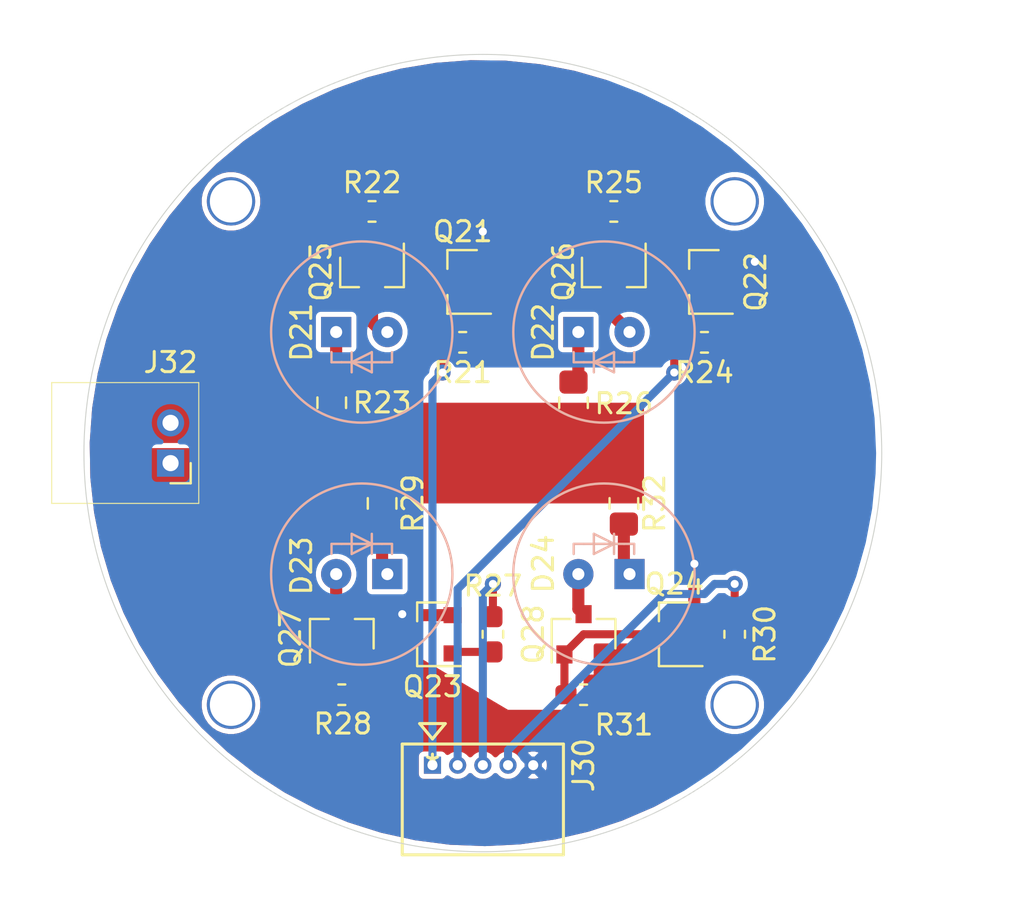
<source format=kicad_pcb>
(kicad_pcb (version 20171130) (host pcbnew "(5.1.10)-1")

  (general
    (thickness 1.6)
    (drawings 10)
    (tracks 76)
    (zones 0)
    (modules 30)
    (nets 24)
  )

  (page User 200 200)
  (title_block
    (title "Spectrometer Multi-Board System")
    (date 2021-05-28)
    (rev 1.0)
    (company "Team Spectrometer")
  )

  (layers
    (0 F.Cu signal)
    (31 B.Cu signal)
    (32 B.Adhes user hide)
    (33 F.Adhes user hide)
    (34 B.Paste user hide)
    (35 F.Paste user hide)
    (36 B.SilkS user hide)
    (37 F.SilkS user hide)
    (38 B.Mask user hide)
    (39 F.Mask user hide)
    (40 Dwgs.User user hide)
    (41 Cmts.User user)
    (42 Eco1.User user hide)
    (43 Eco2.User user hide)
    (44 Edge.Cuts user)
    (45 Margin user hide)
    (46 B.CrtYd user hide)
    (47 F.CrtYd user)
    (48 B.Fab user hide)
    (49 F.Fab user hide)
  )

  (setup
    (last_trace_width 0.4)
    (trace_clearance 0.2)
    (zone_clearance 0.254)
    (zone_45_only no)
    (trace_min 0.2)
    (via_size 0.8)
    (via_drill 0.4)
    (via_min_size 0.4)
    (via_min_drill 0.3)
    (uvia_size 0.3)
    (uvia_drill 0.1)
    (uvias_allowed no)
    (uvia_min_size 0.2)
    (uvia_min_drill 0.1)
    (edge_width 0.05)
    (segment_width 0.2)
    (pcb_text_width 0.3)
    (pcb_text_size 1.5 1.5)
    (mod_edge_width 0.12)
    (mod_text_size 1 1)
    (mod_text_width 0.15)
    (pad_size 0.85 0.85)
    (pad_drill 0.5)
    (pad_to_mask_clearance 0.051)
    (solder_mask_min_width 0.25)
    (aux_axis_origin 0 0)
    (visible_elements 7FFFFFFF)
    (pcbplotparams
      (layerselection 0x012fc_ffffffff)
      (usegerberextensions false)
      (usegerberattributes false)
      (usegerberadvancedattributes false)
      (creategerberjobfile false)
      (excludeedgelayer true)
      (linewidth 0.100000)
      (plotframeref false)
      (viasonmask false)
      (mode 1)
      (useauxorigin false)
      (hpglpennumber 1)
      (hpglpenspeed 20)
      (hpglpendiameter 15.000000)
      (psnegative false)
      (psa4output false)
      (plotreference true)
      (plotvalue true)
      (plotinvisibletext false)
      (padsonsilk false)
      (subtractmaskfromsilk false)
      (outputformat 4)
      (mirror false)
      (drillshape 0)
      (scaleselection 1)
      (outputdirectory "./"))
  )

  (net 0 "")
  (net 1 GND)
  (net 2 "Net-(Q21-Pad1)")
  (net 3 "Net-(D21-Pad1)")
  (net 4 "Net-(D22-Pad1)")
  (net 5 "Net-(D23-Pad1)")
  (net 6 "Net-(D24-Pad1)")
  (net 7 "Net-(D21-Pad2)")
  (net 8 "Net-(D22-Pad2)")
  (net 9 "Net-(D23-Pad2)")
  (net 10 "Net-(D24-Pad2)")
  (net 11 /Scan_LED1)
  (net 12 "Net-(Q21-Pad3)")
  (net 13 "Net-(Q22-Pad1)")
  (net 14 /Scan_LED2)
  (net 15 "Net-(Q22-Pad3)")
  (net 16 "Net-(Q23-Pad1)")
  (net 17 /Scan_LED3)
  (net 18 "Net-(Q23-Pad3)")
  (net 19 "Net-(Q24-Pad1)")
  (net 20 /Scan_LED4)
  (net 21 "Net-(Q24-Pad3)")
  (net 22 "Net-(J32-Pad1)")
  (net 23 "Net-(J32-Pad2)")

  (net_class Default "This is the default net class."
    (clearance 0.2)
    (trace_width 0.4)
    (via_dia 0.8)
    (via_drill 0.4)
    (uvia_dia 0.3)
    (uvia_drill 0.1)
    (add_net /Scan_LED1)
    (add_net /Scan_LED2)
    (add_net /Scan_LED3)
    (add_net /Scan_LED4)
    (add_net "Net-(J32-Pad1)")
    (add_net "Net-(J32-Pad2)")
    (add_net "Net-(Q21-Pad1)")
    (add_net "Net-(Q21-Pad3)")
    (add_net "Net-(Q22-Pad1)")
    (add_net "Net-(Q22-Pad3)")
    (add_net "Net-(Q23-Pad1)")
    (add_net "Net-(Q23-Pad3)")
    (add_net "Net-(Q24-Pad1)")
    (add_net "Net-(Q24-Pad3)")
  )

  (net_class Analog ""
    (clearance 0.2)
    (trace_width 0.6)
    (via_dia 0.8)
    (via_drill 0.4)
    (uvia_dia 0.3)
    (uvia_drill 0.1)
  )

  (net_class Power ""
    (clearance 0.2)
    (trace_width 0.6)
    (via_dia 0.8)
    (via_drill 0.4)
    (uvia_dia 0.3)
    (uvia_drill 0.1)
    (add_net GND)
    (add_net "Net-(D21-Pad1)")
    (add_net "Net-(D21-Pad2)")
    (add_net "Net-(D22-Pad1)")
    (add_net "Net-(D22-Pad2)")
    (add_net "Net-(D23-Pad1)")
    (add_net "Net-(D23-Pad2)")
    (add_net "Net-(D24-Pad1)")
    (add_net "Net-(D24-Pad2)")
  )

  (module spectrometer_core:M2_mounting (layer F.Cu) (tedit 60DA2D85) (tstamp 60DA9E56)
    (at 89.5 84)
    (fp_text reference REF** (at 0 0) (layer F.Fab) hide
      (effects (font (size 1 1) (thickness 0.15)))
    )
    (fp_text value M2_mounting (at 0 -2) (layer F.Fab)
      (effects (font (size 1 1) (thickness 0.15)))
    )
    (pad "" np_thru_hole circle (at 0 0) (size 2.4 2.4) (drill 2.1) (layers *.Cu *.Mask)
      (zone_connect 0))
  )

  (module spectrometer_core:M2_mounting (layer F.Cu) (tedit 60DA2D85) (tstamp 60DA9E56)
    (at 114.5 84)
    (fp_text reference REF** (at 0 0) (layer F.Fab) hide
      (effects (font (size 1 1) (thickness 0.15)))
    )
    (fp_text value M2_mounting (at 0 -2) (layer F.Fab)
      (effects (font (size 1 1) (thickness 0.15)))
    )
    (pad "" np_thru_hole circle (at 0 0) (size 2.4 2.4) (drill 2.1) (layers *.Cu *.Mask)
      (zone_connect 0))
  )

  (module spectrometer_core:M2_mounting (layer F.Cu) (tedit 60DA2D85) (tstamp 60DA9E56)
    (at 114.5 59)
    (fp_text reference REF** (at 0 0) (layer F.Fab) hide
      (effects (font (size 1 1) (thickness 0.15)))
    )
    (fp_text value M2_mounting (at 0 -2) (layer F.Fab)
      (effects (font (size 1 1) (thickness 0.15)))
    )
    (pad "" np_thru_hole circle (at 0 0) (size 2.4 2.4) (drill 2.1) (layers *.Cu *.Mask)
      (zone_connect 0))
  )

  (module spectrometer_core:M2_mounting (layer F.Cu) (tedit 60DA2D85) (tstamp 60DAA625)
    (at 89.5 59)
    (fp_text reference REF** (at 0 0) (layer F.Fab) hide
      (effects (font (size 1 1) (thickness 0.15)))
    )
    (fp_text value M2_mounting (at 0 -2) (layer F.Fab)
      (effects (font (size 1 1) (thickness 0.15)))
    )
    (pad "" np_thru_hole circle (at 0 0) (size 2.4 2.4) (drill 2.1) (layers *.Cu *.Mask)
      (zone_connect 0))
  )

  (module spectrometer_core:1x02_Horiz_P2.00_Molex_Micro-Latch (layer F.Cu) (tedit 60BE55A2) (tstamp 60B9AFEB)
    (at 86.5 71 180)
    (path /612EF5F7)
    (fp_text reference J32 (at 0 4 180) (layer F.SilkS)
      (effects (font (size 1 1) (thickness 0.15)))
    )
    (fp_text value C_01x02 (at 0 5.5 180) (layer F.Fab)
      (effects (font (size 1 1) (thickness 0.15)))
    )
    (fp_line (start -1.9 3.5) (end -1.9 -3.5) (layer F.CrtYd) (width 0.08))
    (fp_line (start 6.4 3.5) (end -1.9 3.5) (layer F.CrtYd) (width 0.08))
    (fp_line (start 6.4 -3.5) (end 6.4 3.5) (layer F.CrtYd) (width 0.08))
    (fp_line (start -1.9 -3.5) (end 6.4 -3.5) (layer F.CrtYd) (width 0.08))
    (fp_line (start -0.25 0.75) (end -0.25 1.25) (layer F.Fab) (width 0.1))
    (fp_line (start -0.25 -1.25) (end -0.25 -0.75) (layer F.Fab) (width 0.1))
    (fp_line (start 5.9 3) (end 5.9 -3) (layer F.SilkS) (width 0.05))
    (fp_line (start -1 -2) (end 0 -2) (layer F.SilkS) (width 0.12))
    (fp_line (start 5.9 -3) (end -1.4 -3) (layer F.SilkS) (width 0.05))
    (fp_line (start -1.4 -3) (end -1.4 3) (layer F.SilkS) (width 0.05))
    (fp_line (start -1.4 3) (end 5.9 3) (layer F.SilkS) (width 0.05))
    (fp_line (start -1 -1) (end -1 -2) (layer F.SilkS) (width 0.12))
    (pad 1 thru_hole rect (at 0 -1 180) (size 1.35 1.35) (drill 0.8) (layers *.Cu *.Mask)
      (net 22 "Net-(J32-Pad1)"))
    (pad 2 thru_hole oval (at 0 1 180) (size 1.35 1.35) (drill 0.8) (layers *.Cu *.Mask)
      (net 23 "Net-(J32-Pad2)"))
  )

  (module spectrometer_core:530480550 (layer F.Cu) (tedit 60B99B16) (tstamp 60BAC34F)
    (at 99.5 87)
    (path /60F4B57B)
    (fp_text reference J30 (at 7.5 0 90) (layer F.SilkS)
      (effects (font (size 1 1) (thickness 0.15)))
    )
    (fp_text value C_01x05 (at 0 7) (layer F.Fab)
      (effects (font (size 1 1) (thickness 0.15)))
    )
    (fp_line (start 7.769987 -2.319998) (end -2.769997 -2.319998) (layer F.CrtYd) (width 0.1524))
    (fp_line (start 7.769987 5.720001) (end 7.769987 -2.319998) (layer F.CrtYd) (width 0.1524))
    (fp_line (start -2.769997 5.720001) (end 7.769987 5.720001) (layer F.CrtYd) (width 0.1524))
    (fp_line (start -2.769997 -2.319998) (end -2.769997 5.720001) (layer F.CrtYd) (width 0.1524))
    (fp_line (start -1.499997 -1.049998) (end -1.499997 4.450001) (layer F.Fab) (width 0.1524))
    (fp_line (start 6.499987 -1.049998) (end -1.499997 -1.049998) (layer F.Fab) (width 0.1524))
    (fp_line (start 6.499987 4.450001) (end 6.499987 -1.049998) (layer F.Fab) (width 0.1524))
    (fp_line (start -1.499997 4.450001) (end 6.499987 4.450001) (layer F.Fab) (width 0.1524))
    (fp_line (start 6.499987 -1.049998) (end -1.499997 -1.049998) (layer F.SilkS) (width 0.1524))
    (fp_line (start 6.499987 4.450001) (end 6.499987 -1.049998) (layer F.SilkS) (width 0.1524))
    (fp_line (start -1.499997 4.450001) (end 6.499987 4.450001) (layer F.SilkS) (width 0.1524))
    (fp_line (start -1.499997 -1.049998) (end -1.499997 4.450001) (layer F.SilkS) (width 0.1524))
    (fp_line (start -0.635 -2.065998) (end 0 -1.303998) (layer F.Fab) (width 0.1524))
    (fp_line (start 0.635 -2.065998) (end -0.635 -2.065998) (layer F.Fab) (width 0.1524))
    (fp_line (start 0 -1.303998) (end 0.635 -2.065998) (layer F.Fab) (width 0.1524))
    (fp_line (start -0.635 -2.065998) (end 0 -1.303998) (layer F.SilkS) (width 0.1524))
    (fp_line (start 0.635 -2.065998) (end -0.635 -2.065998) (layer F.SilkS) (width 0.1524))
    (fp_line (start 0 -1.303998) (end 0.635 -2.065998) (layer F.SilkS) (width 0.1524))
    (fp_text user * (at 0 0) (layer F.SilkS)
      (effects (font (size 1 1) (thickness 0.15)))
    )
    (fp_text user * (at 0 0) (layer F.SilkS)
      (effects (font (size 1 1) (thickness 0.15)))
    )
    (pad 5 thru_hole circle (at 5 0) (size 0.85 0.85) (drill 0.5) (layers *.Cu *.Mask)
      (net 1 GND))
    (pad 4 thru_hole circle (at 3.75 0) (size 0.85 0.85) (drill 0.5) (layers *.Cu *.Mask)
      (net 20 /Scan_LED4))
    (pad 3 thru_hole circle (at 2.5 0) (size 0.85 0.85) (drill 0.5) (layers *.Cu *.Mask)
      (net 17 /Scan_LED3))
    (pad 2 thru_hole circle (at 1.25 0) (size 0.85 0.85) (drill 0.5) (layers *.Cu *.Mask)
      (net 14 /Scan_LED2))
    (pad 1 thru_hole rect (at 0 0) (size 0.85 0.85) (drill 0.5) (layers *.Cu *.Mask)
      (net 11 /Scan_LED1))
  )

  (module Resistor_SMD:R_0805_2012Metric_Pad1.15x1.40mm_HandSolder (layer F.Cu) (tedit 5B36C52B) (tstamp 60BAB941)
    (at 109 74 90)
    (descr "Resistor SMD 0805 (2012 Metric), square (rectangular) end terminal, IPC_7351 nominal with elongated pad for handsoldering. (Body size source: https://docs.google.com/spreadsheets/d/1BsfQQcO9C6DZCsRaXUlFlo91Tg2WpOkGARC1WS5S8t0/edit?usp=sharing), generated with kicad-footprint-generator")
    (tags "resistor handsolder")
    (path /60D5946D)
    (attr smd)
    (fp_text reference R32 (at 0 1.524 90) (layer F.SilkS)
      (effects (font (size 1 1) (thickness 0.15)))
    )
    (fp_text value 0R765 (at 0 1.65 90) (layer F.Fab)
      (effects (font (size 1 1) (thickness 0.15)))
    )
    (fp_line (start 1.85 0.95) (end -1.85 0.95) (layer F.CrtYd) (width 0.05))
    (fp_line (start 1.85 -0.95) (end 1.85 0.95) (layer F.CrtYd) (width 0.05))
    (fp_line (start -1.85 -0.95) (end 1.85 -0.95) (layer F.CrtYd) (width 0.05))
    (fp_line (start -1.85 0.95) (end -1.85 -0.95) (layer F.CrtYd) (width 0.05))
    (fp_line (start -0.261252 0.71) (end 0.261252 0.71) (layer F.SilkS) (width 0.12))
    (fp_line (start -0.261252 -0.71) (end 0.261252 -0.71) (layer F.SilkS) (width 0.12))
    (fp_line (start 1 0.6) (end -1 0.6) (layer F.Fab) (width 0.1))
    (fp_line (start 1 -0.6) (end 1 0.6) (layer F.Fab) (width 0.1))
    (fp_line (start -1 -0.6) (end 1 -0.6) (layer F.Fab) (width 0.1))
    (fp_line (start -1 0.6) (end -1 -0.6) (layer F.Fab) (width 0.1))
    (fp_text user %R (at 0 0 90) (layer F.Fab)
      (effects (font (size 0.5 0.5) (thickness 0.08)))
    )
    (pad 2 smd roundrect (at 1.025 0 90) (size 1.15 1.4) (layers F.Cu F.Paste F.Mask) (roundrect_rratio 0.217391)
      (net 23 "Net-(J32-Pad2)"))
    (pad 1 smd roundrect (at -1.025 0 90) (size 1.15 1.4) (layers F.Cu F.Paste F.Mask) (roundrect_rratio 0.217391)
      (net 6 "Net-(D24-Pad1)"))
    (model ${KISYS3DMOD}/Resistor_SMD.3dshapes/R_0805_2012Metric.wrl
      (at (xyz 0 0 0))
      (scale (xyz 1 1 1))
      (rotate (xyz 0 0 0))
    )
  )

  (module Resistor_SMD:R_0805_2012Metric_Pad1.15x1.40mm_HandSolder (layer F.Cu) (tedit 5B36C52B) (tstamp 60BAB9D1)
    (at 97 74 90)
    (descr "Resistor SMD 0805 (2012 Metric), square (rectangular) end terminal, IPC_7351 nominal with elongated pad for handsoldering. (Body size source: https://docs.google.com/spreadsheets/d/1BsfQQcO9C6DZCsRaXUlFlo91Tg2WpOkGARC1WS5S8t0/edit?usp=sharing), generated with kicad-footprint-generator")
    (tags "resistor handsolder")
    (path /60D5943F)
    (attr smd)
    (fp_text reference R29 (at 0 1.524 90) (layer F.SilkS)
      (effects (font (size 1 1) (thickness 0.15)))
    )
    (fp_text value 0R765 (at 0 1.65 90) (layer F.Fab)
      (effects (font (size 1 1) (thickness 0.15)))
    )
    (fp_line (start 1.85 0.95) (end -1.85 0.95) (layer F.CrtYd) (width 0.05))
    (fp_line (start 1.85 -0.95) (end 1.85 0.95) (layer F.CrtYd) (width 0.05))
    (fp_line (start -1.85 -0.95) (end 1.85 -0.95) (layer F.CrtYd) (width 0.05))
    (fp_line (start -1.85 0.95) (end -1.85 -0.95) (layer F.CrtYd) (width 0.05))
    (fp_line (start -0.261252 0.71) (end 0.261252 0.71) (layer F.SilkS) (width 0.12))
    (fp_line (start -0.261252 -0.71) (end 0.261252 -0.71) (layer F.SilkS) (width 0.12))
    (fp_line (start 1 0.6) (end -1 0.6) (layer F.Fab) (width 0.1))
    (fp_line (start 1 -0.6) (end 1 0.6) (layer F.Fab) (width 0.1))
    (fp_line (start -1 -0.6) (end 1 -0.6) (layer F.Fab) (width 0.1))
    (fp_line (start -1 0.6) (end -1 -0.6) (layer F.Fab) (width 0.1))
    (fp_text user %R (at 0 0 90) (layer F.Fab)
      (effects (font (size 0.5 0.5) (thickness 0.08)))
    )
    (pad 2 smd roundrect (at 1.025 0 90) (size 1.15 1.4) (layers F.Cu F.Paste F.Mask) (roundrect_rratio 0.217391)
      (net 23 "Net-(J32-Pad2)"))
    (pad 1 smd roundrect (at -1.025 0 90) (size 1.15 1.4) (layers F.Cu F.Paste F.Mask) (roundrect_rratio 0.217391)
      (net 5 "Net-(D23-Pad1)"))
    (model ${KISYS3DMOD}/Resistor_SMD.3dshapes/R_0805_2012Metric.wrl
      (at (xyz 0 0 0))
      (scale (xyz 1 1 1))
      (rotate (xyz 0 0 0))
    )
  )

  (module Resistor_SMD:R_0805_2012Metric_Pad1.15x1.40mm_HandSolder (layer F.Cu) (tedit 5B36C52B) (tstamp 60BAB9A1)
    (at 106.5 69 270)
    (descr "Resistor SMD 0805 (2012 Metric), square (rectangular) end terminal, IPC_7351 nominal with elongated pad for handsoldering. (Body size source: https://docs.google.com/spreadsheets/d/1BsfQQcO9C6DZCsRaXUlFlo91Tg2WpOkGARC1WS5S8t0/edit?usp=sharing), generated with kicad-footprint-generator")
    (tags "resistor handsolder")
    (path /60D1D3E6)
    (attr smd)
    (fp_text reference R26 (at 0.044 -2.5) (layer F.SilkS)
      (effects (font (size 1 1) (thickness 0.15)))
    )
    (fp_text value 0R765 (at 0 1.65 270) (layer F.Fab)
      (effects (font (size 1 1) (thickness 0.15)))
    )
    (fp_line (start 1.85 0.95) (end -1.85 0.95) (layer F.CrtYd) (width 0.05))
    (fp_line (start 1.85 -0.95) (end 1.85 0.95) (layer F.CrtYd) (width 0.05))
    (fp_line (start -1.85 -0.95) (end 1.85 -0.95) (layer F.CrtYd) (width 0.05))
    (fp_line (start -1.85 0.95) (end -1.85 -0.95) (layer F.CrtYd) (width 0.05))
    (fp_line (start -0.261252 0.71) (end 0.261252 0.71) (layer F.SilkS) (width 0.12))
    (fp_line (start -0.261252 -0.71) (end 0.261252 -0.71) (layer F.SilkS) (width 0.12))
    (fp_line (start 1 0.6) (end -1 0.6) (layer F.Fab) (width 0.1))
    (fp_line (start 1 -0.6) (end 1 0.6) (layer F.Fab) (width 0.1))
    (fp_line (start -1 -0.6) (end 1 -0.6) (layer F.Fab) (width 0.1))
    (fp_line (start -1 0.6) (end -1 -0.6) (layer F.Fab) (width 0.1))
    (fp_text user %R (at 0 0 270) (layer F.Fab)
      (effects (font (size 0.5 0.5) (thickness 0.08)))
    )
    (pad 2 smd roundrect (at 1.025 0 270) (size 1.15 1.4) (layers F.Cu F.Paste F.Mask) (roundrect_rratio 0.217391)
      (net 23 "Net-(J32-Pad2)"))
    (pad 1 smd roundrect (at -1.025 0 270) (size 1.15 1.4) (layers F.Cu F.Paste F.Mask) (roundrect_rratio 0.217391)
      (net 4 "Net-(D22-Pad1)"))
    (model ${KISYS3DMOD}/Resistor_SMD.3dshapes/R_0805_2012Metric.wrl
      (at (xyz 0 0 0))
      (scale (xyz 1 1 1))
      (rotate (xyz 0 0 0))
    )
  )

  (module Resistor_SMD:R_0805_2012Metric_Pad1.15x1.40mm_HandSolder (layer F.Cu) (tedit 5B36C52B) (tstamp 60BABA61)
    (at 94.5 69 270)
    (descr "Resistor SMD 0805 (2012 Metric), square (rectangular) end terminal, IPC_7351 nominal with elongated pad for handsoldering. (Body size source: https://docs.google.com/spreadsheets/d/1BsfQQcO9C6DZCsRaXUlFlo91Tg2WpOkGARC1WS5S8t0/edit?usp=sharing), generated with kicad-footprint-generator")
    (tags "resistor handsolder")
    (path /60A3FAD0)
    (attr smd)
    (fp_text reference R23 (at 0 -2.5) (layer F.SilkS)
      (effects (font (size 1 1) (thickness 0.15)))
    )
    (fp_text value 0R765 (at 0 1.65 270) (layer F.Fab)
      (effects (font (size 1 1) (thickness 0.15)))
    )
    (fp_line (start 1.85 0.95) (end -1.85 0.95) (layer F.CrtYd) (width 0.05))
    (fp_line (start 1.85 -0.95) (end 1.85 0.95) (layer F.CrtYd) (width 0.05))
    (fp_line (start -1.85 -0.95) (end 1.85 -0.95) (layer F.CrtYd) (width 0.05))
    (fp_line (start -1.85 0.95) (end -1.85 -0.95) (layer F.CrtYd) (width 0.05))
    (fp_line (start -0.261252 0.71) (end 0.261252 0.71) (layer F.SilkS) (width 0.12))
    (fp_line (start -0.261252 -0.71) (end 0.261252 -0.71) (layer F.SilkS) (width 0.12))
    (fp_line (start 1 0.6) (end -1 0.6) (layer F.Fab) (width 0.1))
    (fp_line (start 1 -0.6) (end 1 0.6) (layer F.Fab) (width 0.1))
    (fp_line (start -1 -0.6) (end 1 -0.6) (layer F.Fab) (width 0.1))
    (fp_line (start -1 0.6) (end -1 -0.6) (layer F.Fab) (width 0.1))
    (fp_text user %R (at 0 0 270) (layer F.Fab)
      (effects (font (size 0.5 0.5) (thickness 0.08)))
    )
    (pad 2 smd roundrect (at 1.025 0 270) (size 1.15 1.4) (layers F.Cu F.Paste F.Mask) (roundrect_rratio 0.217391)
      (net 23 "Net-(J32-Pad2)"))
    (pad 1 smd roundrect (at -1.025 0 270) (size 1.15 1.4) (layers F.Cu F.Paste F.Mask) (roundrect_rratio 0.217391)
      (net 3 "Net-(D21-Pad1)"))
    (model ${KISYS3DMOD}/Resistor_SMD.3dshapes/R_0805_2012Metric.wrl
      (at (xyz 0 0 0))
      (scale (xyz 1 1 1))
      (rotate (xyz 0 0 0))
    )
  )

  (module Resistor_SMD:R_0603_1608Metric_Pad1.05x0.95mm_HandSolder (layer F.Cu) (tedit 5B301BBD) (tstamp 60BABB78)
    (at 107 83.5 180)
    (descr "Resistor SMD 0603 (1608 Metric), square (rectangular) end terminal, IPC_7351 nominal with elongated pad for handsoldering. (Body size source: http://www.tortai-tech.com/upload/download/2011102023233369053.pdf), generated with kicad-footprint-generator")
    (tags "resistor handsolder")
    (path /60D5948F)
    (attr smd)
    (fp_text reference R31 (at -2 -1.5 180) (layer F.SilkS)
      (effects (font (size 1 1) (thickness 0.15)))
    )
    (fp_text value 10k (at 0 1.43 180) (layer F.Fab)
      (effects (font (size 1 1) (thickness 0.15)))
    )
    (fp_line (start 1.65 0.73) (end -1.65 0.73) (layer F.CrtYd) (width 0.05))
    (fp_line (start 1.65 -0.73) (end 1.65 0.73) (layer F.CrtYd) (width 0.05))
    (fp_line (start -1.65 -0.73) (end 1.65 -0.73) (layer F.CrtYd) (width 0.05))
    (fp_line (start -1.65 0.73) (end -1.65 -0.73) (layer F.CrtYd) (width 0.05))
    (fp_line (start -0.171267 0.51) (end 0.171267 0.51) (layer F.SilkS) (width 0.12))
    (fp_line (start -0.171267 -0.51) (end 0.171267 -0.51) (layer F.SilkS) (width 0.12))
    (fp_line (start 0.8 0.4) (end -0.8 0.4) (layer F.Fab) (width 0.1))
    (fp_line (start 0.8 -0.4) (end 0.8 0.4) (layer F.Fab) (width 0.1))
    (fp_line (start -0.8 -0.4) (end 0.8 -0.4) (layer F.Fab) (width 0.1))
    (fp_line (start -0.8 0.4) (end -0.8 -0.4) (layer F.Fab) (width 0.1))
    (fp_text user %R (at 0 0 180) (layer F.Fab)
      (effects (font (size 0.4 0.4) (thickness 0.06)))
    )
    (pad 2 smd roundrect (at 0.875 0 180) (size 1.05 0.95) (layers F.Cu F.Paste F.Mask) (roundrect_rratio 0.25)
      (net 21 "Net-(Q24-Pad3)"))
    (pad 1 smd roundrect (at -0.875 0 180) (size 1.05 0.95) (layers F.Cu F.Paste F.Mask) (roundrect_rratio 0.25)
      (net 22 "Net-(J32-Pad1)"))
    (model ${KISYS3DMOD}/Resistor_SMD.3dshapes/R_0603_1608Metric.wrl
      (at (xyz 0 0 0))
      (scale (xyz 1 1 1))
      (rotate (xyz 0 0 0))
    )
  )

  (module Resistor_SMD:R_0603_1608Metric_Pad1.05x0.95mm_HandSolder (layer F.Cu) (tedit 5B301BBD) (tstamp 60BABC35)
    (at 114.5 80.5 270)
    (descr "Resistor SMD 0603 (1608 Metric), square (rectangular) end terminal, IPC_7351 nominal with elongated pad for handsoldering. (Body size source: http://www.tortai-tech.com/upload/download/2011102023233369053.pdf), generated with kicad-footprint-generator")
    (tags "resistor handsolder")
    (path /60D59483)
    (attr smd)
    (fp_text reference R30 (at 0 -1.5 270) (layer F.SilkS)
      (effects (font (size 1 1) (thickness 0.15)))
    )
    (fp_text value 10k (at 0 1.43 270) (layer F.Fab)
      (effects (font (size 1 1) (thickness 0.15)))
    )
    (fp_line (start 1.65 0.73) (end -1.65 0.73) (layer F.CrtYd) (width 0.05))
    (fp_line (start 1.65 -0.73) (end 1.65 0.73) (layer F.CrtYd) (width 0.05))
    (fp_line (start -1.65 -0.73) (end 1.65 -0.73) (layer F.CrtYd) (width 0.05))
    (fp_line (start -1.65 0.73) (end -1.65 -0.73) (layer F.CrtYd) (width 0.05))
    (fp_line (start -0.171267 0.51) (end 0.171267 0.51) (layer F.SilkS) (width 0.12))
    (fp_line (start -0.171267 -0.51) (end 0.171267 -0.51) (layer F.SilkS) (width 0.12))
    (fp_line (start 0.8 0.4) (end -0.8 0.4) (layer F.Fab) (width 0.1))
    (fp_line (start 0.8 -0.4) (end 0.8 0.4) (layer F.Fab) (width 0.1))
    (fp_line (start -0.8 -0.4) (end 0.8 -0.4) (layer F.Fab) (width 0.1))
    (fp_line (start -0.8 0.4) (end -0.8 -0.4) (layer F.Fab) (width 0.1))
    (fp_text user %R (at 0 0 270) (layer F.Fab)
      (effects (font (size 0.4 0.4) (thickness 0.06)))
    )
    (pad 2 smd roundrect (at 0.875 0 270) (size 1.05 0.95) (layers F.Cu F.Paste F.Mask) (roundrect_rratio 0.25)
      (net 19 "Net-(Q24-Pad1)"))
    (pad 1 smd roundrect (at -0.875 0 270) (size 1.05 0.95) (layers F.Cu F.Paste F.Mask) (roundrect_rratio 0.25)
      (net 20 /Scan_LED4))
    (model ${KISYS3DMOD}/Resistor_SMD.3dshapes/R_0603_1608Metric.wrl
      (at (xyz 0 0 0))
      (scale (xyz 1 1 1))
      (rotate (xyz 0 0 0))
    )
  )

  (module Resistor_SMD:R_0603_1608Metric_Pad1.05x0.95mm_HandSolder (layer F.Cu) (tedit 5B301BBD) (tstamp 60BABC05)
    (at 95 83.5 180)
    (descr "Resistor SMD 0603 (1608 Metric), square (rectangular) end terminal, IPC_7351 nominal with elongated pad for handsoldering. (Body size source: http://www.tortai-tech.com/upload/download/2011102023233369053.pdf), generated with kicad-footprint-generator")
    (tags "resistor handsolder")
    (path /60D59459)
    (attr smd)
    (fp_text reference R28 (at -0.05 -1.45) (layer F.SilkS)
      (effects (font (size 1 1) (thickness 0.15)))
    )
    (fp_text value 10k (at 0 1.43 180) (layer F.Fab)
      (effects (font (size 1 1) (thickness 0.15)))
    )
    (fp_line (start 1.65 0.73) (end -1.65 0.73) (layer F.CrtYd) (width 0.05))
    (fp_line (start 1.65 -0.73) (end 1.65 0.73) (layer F.CrtYd) (width 0.05))
    (fp_line (start -1.65 -0.73) (end 1.65 -0.73) (layer F.CrtYd) (width 0.05))
    (fp_line (start -1.65 0.73) (end -1.65 -0.73) (layer F.CrtYd) (width 0.05))
    (fp_line (start -0.171267 0.51) (end 0.171267 0.51) (layer F.SilkS) (width 0.12))
    (fp_line (start -0.171267 -0.51) (end 0.171267 -0.51) (layer F.SilkS) (width 0.12))
    (fp_line (start 0.8 0.4) (end -0.8 0.4) (layer F.Fab) (width 0.1))
    (fp_line (start 0.8 -0.4) (end 0.8 0.4) (layer F.Fab) (width 0.1))
    (fp_line (start -0.8 -0.4) (end 0.8 -0.4) (layer F.Fab) (width 0.1))
    (fp_line (start -0.8 0.4) (end -0.8 -0.4) (layer F.Fab) (width 0.1))
    (fp_text user %R (at 0 0 180) (layer F.Fab)
      (effects (font (size 0.4 0.4) (thickness 0.06)))
    )
    (pad 2 smd roundrect (at 0.875 0 180) (size 1.05 0.95) (layers F.Cu F.Paste F.Mask) (roundrect_rratio 0.25)
      (net 18 "Net-(Q23-Pad3)"))
    (pad 1 smd roundrect (at -0.875 0 180) (size 1.05 0.95) (layers F.Cu F.Paste F.Mask) (roundrect_rratio 0.25)
      (net 22 "Net-(J32-Pad1)"))
    (model ${KISYS3DMOD}/Resistor_SMD.3dshapes/R_0603_1608Metric.wrl
      (at (xyz 0 0 0))
      (scale (xyz 1 1 1))
      (rotate (xyz 0 0 0))
    )
  )

  (module Resistor_SMD:R_0603_1608Metric_Pad1.05x0.95mm_HandSolder (layer F.Cu) (tedit 5B301BBD) (tstamp 60BABBD5)
    (at 102.5 80.5 270)
    (descr "Resistor SMD 0603 (1608 Metric), square (rectangular) end terminal, IPC_7351 nominal with elongated pad for handsoldering. (Body size source: http://www.tortai-tech.com/upload/download/2011102023233369053.pdf), generated with kicad-footprint-generator")
    (tags "resistor handsolder")
    (path /60E4A377)
    (attr smd)
    (fp_text reference R27 (at -2.4 0) (layer F.SilkS)
      (effects (font (size 1 1) (thickness 0.15)))
    )
    (fp_text value 10k (at 0 1.43 270) (layer F.Fab)
      (effects (font (size 1 1) (thickness 0.15)))
    )
    (fp_line (start 1.65 0.73) (end -1.65 0.73) (layer F.CrtYd) (width 0.05))
    (fp_line (start 1.65 -0.73) (end 1.65 0.73) (layer F.CrtYd) (width 0.05))
    (fp_line (start -1.65 -0.73) (end 1.65 -0.73) (layer F.CrtYd) (width 0.05))
    (fp_line (start -1.65 0.73) (end -1.65 -0.73) (layer F.CrtYd) (width 0.05))
    (fp_line (start -0.171267 0.51) (end 0.171267 0.51) (layer F.SilkS) (width 0.12))
    (fp_line (start -0.171267 -0.51) (end 0.171267 -0.51) (layer F.SilkS) (width 0.12))
    (fp_line (start 0.8 0.4) (end -0.8 0.4) (layer F.Fab) (width 0.1))
    (fp_line (start 0.8 -0.4) (end 0.8 0.4) (layer F.Fab) (width 0.1))
    (fp_line (start -0.8 -0.4) (end 0.8 -0.4) (layer F.Fab) (width 0.1))
    (fp_line (start -0.8 0.4) (end -0.8 -0.4) (layer F.Fab) (width 0.1))
    (fp_text user %R (at 0 0 270) (layer F.Fab)
      (effects (font (size 0.4 0.4) (thickness 0.06)))
    )
    (pad 2 smd roundrect (at 0.875 0 270) (size 1.05 0.95) (layers F.Cu F.Paste F.Mask) (roundrect_rratio 0.25)
      (net 16 "Net-(Q23-Pad1)"))
    (pad 1 smd roundrect (at -0.875 0 270) (size 1.05 0.95) (layers F.Cu F.Paste F.Mask) (roundrect_rratio 0.25)
      (net 17 /Scan_LED3))
    (model ${KISYS3DMOD}/Resistor_SMD.3dshapes/R_0603_1608Metric.wrl
      (at (xyz 0 0 0))
      (scale (xyz 1 1 1))
      (rotate (xyz 0 0 0))
    )
  )

  (module Resistor_SMD:R_0603_1608Metric_Pad1.05x0.95mm_HandSolder (layer F.Cu) (tedit 5B301BBD) (tstamp 60BABA31)
    (at 108.5 59.5)
    (descr "Resistor SMD 0603 (1608 Metric), square (rectangular) end terminal, IPC_7351 nominal with elongated pad for handsoldering. (Body size source: http://www.tortai-tech.com/upload/download/2011102023233369053.pdf), generated with kicad-footprint-generator")
    (tags "resistor handsolder")
    (path /60D1D408)
    (attr smd)
    (fp_text reference R25 (at 0 -1.43) (layer F.SilkS)
      (effects (font (size 1 1) (thickness 0.15)))
    )
    (fp_text value 10k (at 0 1.43) (layer F.Fab)
      (effects (font (size 1 1) (thickness 0.15)))
    )
    (fp_line (start 1.65 0.73) (end -1.65 0.73) (layer F.CrtYd) (width 0.05))
    (fp_line (start 1.65 -0.73) (end 1.65 0.73) (layer F.CrtYd) (width 0.05))
    (fp_line (start -1.65 -0.73) (end 1.65 -0.73) (layer F.CrtYd) (width 0.05))
    (fp_line (start -1.65 0.73) (end -1.65 -0.73) (layer F.CrtYd) (width 0.05))
    (fp_line (start -0.171267 0.51) (end 0.171267 0.51) (layer F.SilkS) (width 0.12))
    (fp_line (start -0.171267 -0.51) (end 0.171267 -0.51) (layer F.SilkS) (width 0.12))
    (fp_line (start 0.8 0.4) (end -0.8 0.4) (layer F.Fab) (width 0.1))
    (fp_line (start 0.8 -0.4) (end 0.8 0.4) (layer F.Fab) (width 0.1))
    (fp_line (start -0.8 -0.4) (end 0.8 -0.4) (layer F.Fab) (width 0.1))
    (fp_line (start -0.8 0.4) (end -0.8 -0.4) (layer F.Fab) (width 0.1))
    (fp_text user %R (at 0 0) (layer F.Fab)
      (effects (font (size 0.4 0.4) (thickness 0.06)))
    )
    (pad 2 smd roundrect (at 0.875 0) (size 1.05 0.95) (layers F.Cu F.Paste F.Mask) (roundrect_rratio 0.25)
      (net 15 "Net-(Q22-Pad3)"))
    (pad 1 smd roundrect (at -0.875 0) (size 1.05 0.95) (layers F.Cu F.Paste F.Mask) (roundrect_rratio 0.25)
      (net 22 "Net-(J32-Pad1)"))
    (model ${KISYS3DMOD}/Resistor_SMD.3dshapes/R_0603_1608Metric.wrl
      (at (xyz 0 0 0))
      (scale (xyz 1 1 1))
      (rotate (xyz 0 0 0))
    )
  )

  (module Resistor_SMD:R_0603_1608Metric_Pad1.05x0.95mm_HandSolder (layer F.Cu) (tedit 5B301BBD) (tstamp 60BAC08B)
    (at 113 66)
    (descr "Resistor SMD 0603 (1608 Metric), square (rectangular) end terminal, IPC_7351 nominal with elongated pad for handsoldering. (Body size source: http://www.tortai-tech.com/upload/download/2011102023233369053.pdf), generated with kicad-footprint-generator")
    (tags "resistor handsolder")
    (path /60D1D3FC)
    (attr smd)
    (fp_text reference R24 (at 0 1.5 180) (layer F.SilkS)
      (effects (font (size 1 1) (thickness 0.15)))
    )
    (fp_text value 10k (at 0 1.43) (layer F.Fab)
      (effects (font (size 1 1) (thickness 0.15)))
    )
    (fp_line (start 1.65 0.73) (end -1.65 0.73) (layer F.CrtYd) (width 0.05))
    (fp_line (start 1.65 -0.73) (end 1.65 0.73) (layer F.CrtYd) (width 0.05))
    (fp_line (start -1.65 -0.73) (end 1.65 -0.73) (layer F.CrtYd) (width 0.05))
    (fp_line (start -1.65 0.73) (end -1.65 -0.73) (layer F.CrtYd) (width 0.05))
    (fp_line (start -0.171267 0.51) (end 0.171267 0.51) (layer F.SilkS) (width 0.12))
    (fp_line (start -0.171267 -0.51) (end 0.171267 -0.51) (layer F.SilkS) (width 0.12))
    (fp_line (start 0.8 0.4) (end -0.8 0.4) (layer F.Fab) (width 0.1))
    (fp_line (start 0.8 -0.4) (end 0.8 0.4) (layer F.Fab) (width 0.1))
    (fp_line (start -0.8 -0.4) (end 0.8 -0.4) (layer F.Fab) (width 0.1))
    (fp_line (start -0.8 0.4) (end -0.8 -0.4) (layer F.Fab) (width 0.1))
    (fp_text user %R (at 0 0) (layer F.Fab)
      (effects (font (size 0.4 0.4) (thickness 0.06)))
    )
    (pad 2 smd roundrect (at 0.875 0) (size 1.05 0.95) (layers F.Cu F.Paste F.Mask) (roundrect_rratio 0.25)
      (net 13 "Net-(Q22-Pad1)"))
    (pad 1 smd roundrect (at -0.875 0) (size 1.05 0.95) (layers F.Cu F.Paste F.Mask) (roundrect_rratio 0.25)
      (net 14 /Scan_LED2))
    (model ${KISYS3DMOD}/Resistor_SMD.3dshapes/R_0603_1608Metric.wrl
      (at (xyz 0 0 0))
      (scale (xyz 1 1 1))
      (rotate (xyz 0 0 0))
    )
  )

  (module Resistor_SMD:R_0603_1608Metric_Pad1.05x0.95mm_HandSolder (layer F.Cu) (tedit 5B301BBD) (tstamp 60BAC05B)
    (at 96.5 59.5)
    (descr "Resistor SMD 0603 (1608 Metric), square (rectangular) end terminal, IPC_7351 nominal with elongated pad for handsoldering. (Body size source: http://www.tortai-tech.com/upload/download/2011102023233369053.pdf), generated with kicad-footprint-generator")
    (tags "resistor handsolder")
    (path /60BE6F45)
    (attr smd)
    (fp_text reference R22 (at 0 -1.43) (layer F.SilkS)
      (effects (font (size 1 1) (thickness 0.15)))
    )
    (fp_text value 10k (at 0 1.43) (layer F.Fab)
      (effects (font (size 1 1) (thickness 0.15)))
    )
    (fp_line (start 1.65 0.73) (end -1.65 0.73) (layer F.CrtYd) (width 0.05))
    (fp_line (start 1.65 -0.73) (end 1.65 0.73) (layer F.CrtYd) (width 0.05))
    (fp_line (start -1.65 -0.73) (end 1.65 -0.73) (layer F.CrtYd) (width 0.05))
    (fp_line (start -1.65 0.73) (end -1.65 -0.73) (layer F.CrtYd) (width 0.05))
    (fp_line (start -0.171267 0.51) (end 0.171267 0.51) (layer F.SilkS) (width 0.12))
    (fp_line (start -0.171267 -0.51) (end 0.171267 -0.51) (layer F.SilkS) (width 0.12))
    (fp_line (start 0.8 0.4) (end -0.8 0.4) (layer F.Fab) (width 0.1))
    (fp_line (start 0.8 -0.4) (end 0.8 0.4) (layer F.Fab) (width 0.1))
    (fp_line (start -0.8 -0.4) (end 0.8 -0.4) (layer F.Fab) (width 0.1))
    (fp_line (start -0.8 0.4) (end -0.8 -0.4) (layer F.Fab) (width 0.1))
    (fp_text user %R (at 0 0) (layer F.Fab)
      (effects (font (size 0.4 0.4) (thickness 0.06)))
    )
    (pad 2 smd roundrect (at 0.875 0) (size 1.05 0.95) (layers F.Cu F.Paste F.Mask) (roundrect_rratio 0.25)
      (net 12 "Net-(Q21-Pad3)"))
    (pad 1 smd roundrect (at -0.875 0) (size 1.05 0.95) (layers F.Cu F.Paste F.Mask) (roundrect_rratio 0.25)
      (net 22 "Net-(J32-Pad1)"))
    (model ${KISYS3DMOD}/Resistor_SMD.3dshapes/R_0603_1608Metric.wrl
      (at (xyz 0 0 0))
      (scale (xyz 1 1 1))
      (rotate (xyz 0 0 0))
    )
  )

  (module Resistor_SMD:R_0603_1608Metric_Pad1.05x0.95mm_HandSolder (layer F.Cu) (tedit 5B301BBD) (tstamp 60BABF77)
    (at 101 66)
    (descr "Resistor SMD 0603 (1608 Metric), square (rectangular) end terminal, IPC_7351 nominal with elongated pad for handsoldering. (Body size source: http://www.tortai-tech.com/upload/download/2011102023233369053.pdf), generated with kicad-footprint-generator")
    (tags "resistor handsolder")
    (path /60B9FA74)
    (attr smd)
    (fp_text reference R21 (at 0 1.5 180) (layer F.SilkS)
      (effects (font (size 1 1) (thickness 0.15)))
    )
    (fp_text value 10k (at 0 1.43) (layer F.Fab)
      (effects (font (size 1 1) (thickness 0.15)))
    )
    (fp_line (start 1.65 0.73) (end -1.65 0.73) (layer F.CrtYd) (width 0.05))
    (fp_line (start 1.65 -0.73) (end 1.65 0.73) (layer F.CrtYd) (width 0.05))
    (fp_line (start -1.65 -0.73) (end 1.65 -0.73) (layer F.CrtYd) (width 0.05))
    (fp_line (start -1.65 0.73) (end -1.65 -0.73) (layer F.CrtYd) (width 0.05))
    (fp_line (start -0.171267 0.51) (end 0.171267 0.51) (layer F.SilkS) (width 0.12))
    (fp_line (start -0.171267 -0.51) (end 0.171267 -0.51) (layer F.SilkS) (width 0.12))
    (fp_line (start 0.8 0.4) (end -0.8 0.4) (layer F.Fab) (width 0.1))
    (fp_line (start 0.8 -0.4) (end 0.8 0.4) (layer F.Fab) (width 0.1))
    (fp_line (start -0.8 -0.4) (end 0.8 -0.4) (layer F.Fab) (width 0.1))
    (fp_line (start -0.8 0.4) (end -0.8 -0.4) (layer F.Fab) (width 0.1))
    (fp_text user %R (at 0 0) (layer F.Fab)
      (effects (font (size 0.4 0.4) (thickness 0.06)))
    )
    (pad 2 smd roundrect (at 0.875 0) (size 1.05 0.95) (layers F.Cu F.Paste F.Mask) (roundrect_rratio 0.25)
      (net 2 "Net-(Q21-Pad1)"))
    (pad 1 smd roundrect (at -0.875 0) (size 1.05 0.95) (layers F.Cu F.Paste F.Mask) (roundrect_rratio 0.25)
      (net 11 /Scan_LED1))
    (model ${KISYS3DMOD}/Resistor_SMD.3dshapes/R_0603_1608Metric.wrl
      (at (xyz 0 0 0))
      (scale (xyz 1 1 1))
      (rotate (xyz 0 0 0))
    )
  )

  (module Package_TO_SOT_SMD:SOT-23 (layer F.Cu) (tedit 5A02FF57) (tstamp 60BABFE7)
    (at 107 80.5 90)
    (descr "SOT-23, Standard")
    (tags SOT-23)
    (path /60D5947B)
    (attr smd)
    (fp_text reference Q28 (at 0 -2.5 90) (layer F.SilkS)
      (effects (font (size 1 1) (thickness 0.15)))
    )
    (fp_text value PMV65XP (at 0 2.5 90) (layer F.Fab)
      (effects (font (size 1 1) (thickness 0.15)))
    )
    (fp_line (start 0.76 1.58) (end -0.7 1.58) (layer F.SilkS) (width 0.12))
    (fp_line (start 0.76 -1.58) (end -1.4 -1.58) (layer F.SilkS) (width 0.12))
    (fp_line (start -1.7 1.75) (end -1.7 -1.75) (layer F.CrtYd) (width 0.05))
    (fp_line (start 1.7 1.75) (end -1.7 1.75) (layer F.CrtYd) (width 0.05))
    (fp_line (start 1.7 -1.75) (end 1.7 1.75) (layer F.CrtYd) (width 0.05))
    (fp_line (start -1.7 -1.75) (end 1.7 -1.75) (layer F.CrtYd) (width 0.05))
    (fp_line (start 0.76 -1.58) (end 0.76 -0.65) (layer F.SilkS) (width 0.12))
    (fp_line (start 0.76 1.58) (end 0.76 0.65) (layer F.SilkS) (width 0.12))
    (fp_line (start -0.7 1.52) (end 0.7 1.52) (layer F.Fab) (width 0.1))
    (fp_line (start 0.7 -1.52) (end 0.7 1.52) (layer F.Fab) (width 0.1))
    (fp_line (start -0.7 -0.95) (end -0.15 -1.52) (layer F.Fab) (width 0.1))
    (fp_line (start -0.15 -1.52) (end 0.7 -1.52) (layer F.Fab) (width 0.1))
    (fp_line (start -0.7 -0.95) (end -0.7 1.5) (layer F.Fab) (width 0.1))
    (fp_text user %R (at 0 0 -180) (layer F.Fab)
      (effects (font (size 0.5 0.5) (thickness 0.075)))
    )
    (pad 3 smd rect (at 1 0 90) (size 0.9 0.8) (layers F.Cu F.Paste F.Mask)
      (net 10 "Net-(D24-Pad2)"))
    (pad 2 smd rect (at -1 0.95 90) (size 0.9 0.8) (layers F.Cu F.Paste F.Mask)
      (net 22 "Net-(J32-Pad1)"))
    (pad 1 smd rect (at -1 -0.95 90) (size 0.9 0.8) (layers F.Cu F.Paste F.Mask)
      (net 21 "Net-(Q24-Pad3)"))
    (model ${KISYS3DMOD}/Package_TO_SOT_SMD.3dshapes/SOT-23.wrl
      (at (xyz 0 0 0))
      (scale (xyz 1 1 1))
      (rotate (xyz 0 0 0))
    )
  )

  (module Package_TO_SOT_SMD:SOT-23 (layer F.Cu) (tedit 5A02FF57) (tstamp 60BAC0FB)
    (at 95 80.5 90)
    (descr "SOT-23, Standard")
    (tags SOT-23)
    (path /60D5944B)
    (attr smd)
    (fp_text reference Q27 (at -0.2 -2.55 90) (layer F.SilkS)
      (effects (font (size 1 1) (thickness 0.15)))
    )
    (fp_text value PMV65XP (at 0 2.5 90) (layer F.Fab)
      (effects (font (size 1 1) (thickness 0.15)))
    )
    (fp_line (start 0.76 1.58) (end -0.7 1.58) (layer F.SilkS) (width 0.12))
    (fp_line (start 0.76 -1.58) (end -1.4 -1.58) (layer F.SilkS) (width 0.12))
    (fp_line (start -1.7 1.75) (end -1.7 -1.75) (layer F.CrtYd) (width 0.05))
    (fp_line (start 1.7 1.75) (end -1.7 1.75) (layer F.CrtYd) (width 0.05))
    (fp_line (start 1.7 -1.75) (end 1.7 1.75) (layer F.CrtYd) (width 0.05))
    (fp_line (start -1.7 -1.75) (end 1.7 -1.75) (layer F.CrtYd) (width 0.05))
    (fp_line (start 0.76 -1.58) (end 0.76 -0.65) (layer F.SilkS) (width 0.12))
    (fp_line (start 0.76 1.58) (end 0.76 0.65) (layer F.SilkS) (width 0.12))
    (fp_line (start -0.7 1.52) (end 0.7 1.52) (layer F.Fab) (width 0.1))
    (fp_line (start 0.7 -1.52) (end 0.7 1.52) (layer F.Fab) (width 0.1))
    (fp_line (start -0.7 -0.95) (end -0.15 -1.52) (layer F.Fab) (width 0.1))
    (fp_line (start -0.15 -1.52) (end 0.7 -1.52) (layer F.Fab) (width 0.1))
    (fp_line (start -0.7 -0.95) (end -0.7 1.5) (layer F.Fab) (width 0.1))
    (fp_text user %R (at 0 0 180) (layer F.Fab)
      (effects (font (size 0.5 0.5) (thickness 0.075)))
    )
    (pad 3 smd rect (at 1 0 90) (size 0.9 0.8) (layers F.Cu F.Paste F.Mask)
      (net 9 "Net-(D23-Pad2)"))
    (pad 2 smd rect (at -1 0.95 90) (size 0.9 0.8) (layers F.Cu F.Paste F.Mask)
      (net 22 "Net-(J32-Pad1)"))
    (pad 1 smd rect (at -1 -0.95 90) (size 0.9 0.8) (layers F.Cu F.Paste F.Mask)
      (net 18 "Net-(Q23-Pad3)"))
    (model ${KISYS3DMOD}/Package_TO_SOT_SMD.3dshapes/SOT-23.wrl
      (at (xyz 0 0 0))
      (scale (xyz 1 1 1))
      (rotate (xyz 0 0 0))
    )
  )

  (module Package_TO_SOT_SMD:SOT-23 (layer F.Cu) (tedit 5A02FF57) (tstamp 60BABE8B)
    (at 108.5 62.5 270)
    (descr "SOT-23, Standard")
    (tags SOT-23)
    (path /60D1D3F4)
    (attr smd)
    (fp_text reference Q26 (at 0 2.5 270) (layer F.SilkS)
      (effects (font (size 1 1) (thickness 0.15)))
    )
    (fp_text value PMV65XP (at 0 2.5 270) (layer F.Fab)
      (effects (font (size 1 1) (thickness 0.15)))
    )
    (fp_line (start 0.76 1.58) (end -0.7 1.58) (layer F.SilkS) (width 0.12))
    (fp_line (start 0.76 -1.58) (end -1.4 -1.58) (layer F.SilkS) (width 0.12))
    (fp_line (start -1.7 1.75) (end -1.7 -1.75) (layer F.CrtYd) (width 0.05))
    (fp_line (start 1.7 1.75) (end -1.7 1.75) (layer F.CrtYd) (width 0.05))
    (fp_line (start 1.7 -1.75) (end 1.7 1.75) (layer F.CrtYd) (width 0.05))
    (fp_line (start -1.7 -1.75) (end 1.7 -1.75) (layer F.CrtYd) (width 0.05))
    (fp_line (start 0.76 -1.58) (end 0.76 -0.65) (layer F.SilkS) (width 0.12))
    (fp_line (start 0.76 1.58) (end 0.76 0.65) (layer F.SilkS) (width 0.12))
    (fp_line (start -0.7 1.52) (end 0.7 1.52) (layer F.Fab) (width 0.1))
    (fp_line (start 0.7 -1.52) (end 0.7 1.52) (layer F.Fab) (width 0.1))
    (fp_line (start -0.7 -0.95) (end -0.15 -1.52) (layer F.Fab) (width 0.1))
    (fp_line (start -0.15 -1.52) (end 0.7 -1.52) (layer F.Fab) (width 0.1))
    (fp_line (start -0.7 -0.95) (end -0.7 1.5) (layer F.Fab) (width 0.1))
    (fp_text user %R (at 0 0) (layer F.Fab)
      (effects (font (size 0.5 0.5) (thickness 0.075)))
    )
    (pad 3 smd rect (at 1 0 270) (size 0.9 0.8) (layers F.Cu F.Paste F.Mask)
      (net 8 "Net-(D22-Pad2)"))
    (pad 2 smd rect (at -1 0.95 270) (size 0.9 0.8) (layers F.Cu F.Paste F.Mask)
      (net 22 "Net-(J32-Pad1)"))
    (pad 1 smd rect (at -1 -0.95 270) (size 0.9 0.8) (layers F.Cu F.Paste F.Mask)
      (net 15 "Net-(Q22-Pad3)"))
    (model ${KISYS3DMOD}/Package_TO_SOT_SMD.3dshapes/SOT-23.wrl
      (at (xyz 0 0 0))
      (scale (xyz 1 1 1))
      (rotate (xyz 0 0 0))
    )
  )

  (module Package_TO_SOT_SMD:SOT-23 (layer F.Cu) (tedit 5A02FF57) (tstamp 60BABFAB)
    (at 96.5 62.5 270)
    (descr "SOT-23, Standard")
    (tags SOT-23)
    (path /60B71FEC)
    (attr smd)
    (fp_text reference Q25 (at 0 2.54 270) (layer F.SilkS)
      (effects (font (size 1 1) (thickness 0.15)))
    )
    (fp_text value PMV65XP (at 0 2.5 270) (layer F.Fab)
      (effects (font (size 1 1) (thickness 0.15)))
    )
    (fp_line (start 0.76 1.58) (end -0.7 1.58) (layer F.SilkS) (width 0.12))
    (fp_line (start 0.76 -1.58) (end -1.4 -1.58) (layer F.SilkS) (width 0.12))
    (fp_line (start -1.7 1.75) (end -1.7 -1.75) (layer F.CrtYd) (width 0.05))
    (fp_line (start 1.7 1.75) (end -1.7 1.75) (layer F.CrtYd) (width 0.05))
    (fp_line (start 1.7 -1.75) (end 1.7 1.75) (layer F.CrtYd) (width 0.05))
    (fp_line (start -1.7 -1.75) (end 1.7 -1.75) (layer F.CrtYd) (width 0.05))
    (fp_line (start 0.76 -1.58) (end 0.76 -0.65) (layer F.SilkS) (width 0.12))
    (fp_line (start 0.76 1.58) (end 0.76 0.65) (layer F.SilkS) (width 0.12))
    (fp_line (start -0.7 1.52) (end 0.7 1.52) (layer F.Fab) (width 0.1))
    (fp_line (start 0.7 -1.52) (end 0.7 1.52) (layer F.Fab) (width 0.1))
    (fp_line (start -0.7 -0.95) (end -0.15 -1.52) (layer F.Fab) (width 0.1))
    (fp_line (start -0.15 -1.52) (end 0.7 -1.52) (layer F.Fab) (width 0.1))
    (fp_line (start -0.7 -0.95) (end -0.7 1.5) (layer F.Fab) (width 0.1))
    (fp_text user %R (at 0 0) (layer F.Fab)
      (effects (font (size 0.5 0.5) (thickness 0.075)))
    )
    (pad 3 smd rect (at 1 0 270) (size 0.9 0.8) (layers F.Cu F.Paste F.Mask)
      (net 7 "Net-(D21-Pad2)"))
    (pad 2 smd rect (at -1 0.95 270) (size 0.9 0.8) (layers F.Cu F.Paste F.Mask)
      (net 22 "Net-(J32-Pad1)"))
    (pad 1 smd rect (at -1 -0.95 270) (size 0.9 0.8) (layers F.Cu F.Paste F.Mask)
      (net 12 "Net-(Q21-Pad3)"))
    (model ${KISYS3DMOD}/Package_TO_SOT_SMD.3dshapes/SOT-23.wrl
      (at (xyz 0 0 0))
      (scale (xyz 1 1 1))
      (rotate (xyz 0 0 0))
    )
  )

  (module Package_TO_SOT_SMD:SOT-23 (layer F.Cu) (tedit 5A02FF57) (tstamp 60BABF3F)
    (at 111.5 80.5 180)
    (descr "SOT-23, Standard")
    (tags SOT-23)
    (path /61D4E2F3)
    (attr smd)
    (fp_text reference Q24 (at 0 2.5) (layer F.SilkS)
      (effects (font (size 1 1) (thickness 0.15)))
    )
    (fp_text value BC816H (at 0 2.5 180) (layer F.Fab)
      (effects (font (size 1 1) (thickness 0.15)))
    )
    (fp_line (start 0.76 1.58) (end -0.7 1.58) (layer F.SilkS) (width 0.12))
    (fp_line (start 0.76 -1.58) (end -1.4 -1.58) (layer F.SilkS) (width 0.12))
    (fp_line (start -1.7 1.75) (end -1.7 -1.75) (layer F.CrtYd) (width 0.05))
    (fp_line (start 1.7 1.75) (end -1.7 1.75) (layer F.CrtYd) (width 0.05))
    (fp_line (start 1.7 -1.75) (end 1.7 1.75) (layer F.CrtYd) (width 0.05))
    (fp_line (start -1.7 -1.75) (end 1.7 -1.75) (layer F.CrtYd) (width 0.05))
    (fp_line (start 0.76 -1.58) (end 0.76 -0.65) (layer F.SilkS) (width 0.12))
    (fp_line (start 0.76 1.58) (end 0.76 0.65) (layer F.SilkS) (width 0.12))
    (fp_line (start -0.7 1.52) (end 0.7 1.52) (layer F.Fab) (width 0.1))
    (fp_line (start 0.7 -1.52) (end 0.7 1.52) (layer F.Fab) (width 0.1))
    (fp_line (start -0.7 -0.95) (end -0.15 -1.52) (layer F.Fab) (width 0.1))
    (fp_line (start -0.15 -1.52) (end 0.7 -1.52) (layer F.Fab) (width 0.1))
    (fp_line (start -0.7 -0.95) (end -0.7 1.5) (layer F.Fab) (width 0.1))
    (fp_text user %R (at 0 0 -90) (layer F.Fab)
      (effects (font (size 0.5 0.5) (thickness 0.075)))
    )
    (pad 3 smd rect (at 1 0 180) (size 0.9 0.8) (layers F.Cu F.Paste F.Mask)
      (net 21 "Net-(Q24-Pad3)"))
    (pad 2 smd rect (at -1 0.95 180) (size 0.9 0.8) (layers F.Cu F.Paste F.Mask)
      (net 1 GND))
    (pad 1 smd rect (at -1 -0.95 180) (size 0.9 0.8) (layers F.Cu F.Paste F.Mask)
      (net 19 "Net-(Q24-Pad1)"))
    (model ${KISYS3DMOD}/Package_TO_SOT_SMD.3dshapes/SOT-23.wrl
      (at (xyz 0 0 0))
      (scale (xyz 1 1 1))
      (rotate (xyz 0 0 0))
    )
  )

  (module Package_TO_SOT_SMD:SOT-23 (layer F.Cu) (tedit 5A02FF57) (tstamp 60BABF03)
    (at 99.5 80.5 180)
    (descr "SOT-23, Standard")
    (tags SOT-23)
    (path /61D4D9BC)
    (attr smd)
    (fp_text reference Q23 (at 0 -2.6 180) (layer F.SilkS)
      (effects (font (size 1 1) (thickness 0.15)))
    )
    (fp_text value BC816H (at 0 2.5 180) (layer F.Fab)
      (effects (font (size 1 1) (thickness 0.15)))
    )
    (fp_line (start 0.76 1.58) (end -0.7 1.58) (layer F.SilkS) (width 0.12))
    (fp_line (start 0.76 -1.58) (end -1.4 -1.58) (layer F.SilkS) (width 0.12))
    (fp_line (start -1.7 1.75) (end -1.7 -1.75) (layer F.CrtYd) (width 0.05))
    (fp_line (start 1.7 1.75) (end -1.7 1.75) (layer F.CrtYd) (width 0.05))
    (fp_line (start 1.7 -1.75) (end 1.7 1.75) (layer F.CrtYd) (width 0.05))
    (fp_line (start -1.7 -1.75) (end 1.7 -1.75) (layer F.CrtYd) (width 0.05))
    (fp_line (start 0.76 -1.58) (end 0.76 -0.65) (layer F.SilkS) (width 0.12))
    (fp_line (start 0.76 1.58) (end 0.76 0.65) (layer F.SilkS) (width 0.12))
    (fp_line (start -0.7 1.52) (end 0.7 1.52) (layer F.Fab) (width 0.1))
    (fp_line (start 0.7 -1.52) (end 0.7 1.52) (layer F.Fab) (width 0.1))
    (fp_line (start -0.7 -0.95) (end -0.15 -1.52) (layer F.Fab) (width 0.1))
    (fp_line (start -0.15 -1.52) (end 0.7 -1.52) (layer F.Fab) (width 0.1))
    (fp_line (start -0.7 -0.95) (end -0.7 1.5) (layer F.Fab) (width 0.1))
    (fp_text user %R (at 0 0 -90) (layer F.Fab)
      (effects (font (size 0.5 0.5) (thickness 0.075)))
    )
    (pad 3 smd rect (at 1 0 180) (size 0.9 0.8) (layers F.Cu F.Paste F.Mask)
      (net 18 "Net-(Q23-Pad3)"))
    (pad 2 smd rect (at -1 0.95 180) (size 0.9 0.8) (layers F.Cu F.Paste F.Mask)
      (net 1 GND))
    (pad 1 smd rect (at -1 -0.95 180) (size 0.9 0.8) (layers F.Cu F.Paste F.Mask)
      (net 16 "Net-(Q23-Pad1)"))
    (model ${KISYS3DMOD}/Package_TO_SOT_SMD.3dshapes/SOT-23.wrl
      (at (xyz 0 0 0))
      (scale (xyz 1 1 1))
      (rotate (xyz 0 0 0))
    )
  )

  (module Package_TO_SOT_SMD:SOT-23 (layer F.Cu) (tedit 5A02FF57) (tstamp 60BABEC7)
    (at 113 63 180)
    (descr "SOT-23, Standard")
    (tags SOT-23)
    (path /61D4D348)
    (attr smd)
    (fp_text reference Q22 (at -2.54 0 270) (layer F.SilkS)
      (effects (font (size 1 1) (thickness 0.15)))
    )
    (fp_text value BC816H (at 0 2.5 180) (layer F.Fab)
      (effects (font (size 1 1) (thickness 0.15)))
    )
    (fp_line (start 0.76 1.58) (end -0.7 1.58) (layer F.SilkS) (width 0.12))
    (fp_line (start 0.76 -1.58) (end -1.4 -1.58) (layer F.SilkS) (width 0.12))
    (fp_line (start -1.7 1.75) (end -1.7 -1.75) (layer F.CrtYd) (width 0.05))
    (fp_line (start 1.7 1.75) (end -1.7 1.75) (layer F.CrtYd) (width 0.05))
    (fp_line (start 1.7 -1.75) (end 1.7 1.75) (layer F.CrtYd) (width 0.05))
    (fp_line (start -1.7 -1.75) (end 1.7 -1.75) (layer F.CrtYd) (width 0.05))
    (fp_line (start 0.76 -1.58) (end 0.76 -0.65) (layer F.SilkS) (width 0.12))
    (fp_line (start 0.76 1.58) (end 0.76 0.65) (layer F.SilkS) (width 0.12))
    (fp_line (start -0.7 1.52) (end 0.7 1.52) (layer F.Fab) (width 0.1))
    (fp_line (start 0.7 -1.52) (end 0.7 1.52) (layer F.Fab) (width 0.1))
    (fp_line (start -0.7 -0.95) (end -0.15 -1.52) (layer F.Fab) (width 0.1))
    (fp_line (start -0.15 -1.52) (end 0.7 -1.52) (layer F.Fab) (width 0.1))
    (fp_line (start -0.7 -0.95) (end -0.7 1.5) (layer F.Fab) (width 0.1))
    (fp_text user %R (at 0 0 270) (layer F.Fab)
      (effects (font (size 0.5 0.5) (thickness 0.075)))
    )
    (pad 3 smd rect (at 1 0 180) (size 0.9 0.8) (layers F.Cu F.Paste F.Mask)
      (net 15 "Net-(Q22-Pad3)"))
    (pad 2 smd rect (at -1 0.95 180) (size 0.9 0.8) (layers F.Cu F.Paste F.Mask)
      (net 1 GND))
    (pad 1 smd rect (at -1 -0.95 180) (size 0.9 0.8) (layers F.Cu F.Paste F.Mask)
      (net 13 "Net-(Q22-Pad1)"))
    (model ${KISYS3DMOD}/Package_TO_SOT_SMD.3dshapes/SOT-23.wrl
      (at (xyz 0 0 0))
      (scale (xyz 1 1 1))
      (rotate (xyz 0 0 0))
    )
  )

  (module Package_TO_SOT_SMD:SOT-23 (layer F.Cu) (tedit 5A02FF57) (tstamp 60BAC0BF)
    (at 101 63 180)
    (descr "SOT-23, Standard")
    (tags SOT-23)
    (path /61D4A017)
    (attr smd)
    (fp_text reference Q21 (at 0 2.5 180) (layer F.SilkS)
      (effects (font (size 1 1) (thickness 0.15)))
    )
    (fp_text value BC816H (at 0 2.5 180) (layer F.Fab)
      (effects (font (size 1 1) (thickness 0.15)))
    )
    (fp_line (start 0.76 1.58) (end -0.7 1.58) (layer F.SilkS) (width 0.12))
    (fp_line (start 0.76 -1.58) (end -1.4 -1.58) (layer F.SilkS) (width 0.12))
    (fp_line (start -1.7 1.75) (end -1.7 -1.75) (layer F.CrtYd) (width 0.05))
    (fp_line (start 1.7 1.75) (end -1.7 1.75) (layer F.CrtYd) (width 0.05))
    (fp_line (start 1.7 -1.75) (end 1.7 1.75) (layer F.CrtYd) (width 0.05))
    (fp_line (start -1.7 -1.75) (end 1.7 -1.75) (layer F.CrtYd) (width 0.05))
    (fp_line (start 0.76 -1.58) (end 0.76 -0.65) (layer F.SilkS) (width 0.12))
    (fp_line (start 0.76 1.58) (end 0.76 0.65) (layer F.SilkS) (width 0.12))
    (fp_line (start -0.7 1.52) (end 0.7 1.52) (layer F.Fab) (width 0.1))
    (fp_line (start 0.7 -1.52) (end 0.7 1.52) (layer F.Fab) (width 0.1))
    (fp_line (start -0.7 -0.95) (end -0.15 -1.52) (layer F.Fab) (width 0.1))
    (fp_line (start -0.15 -1.52) (end 0.7 -1.52) (layer F.Fab) (width 0.1))
    (fp_line (start -0.7 -0.95) (end -0.7 1.5) (layer F.Fab) (width 0.1))
    (fp_text user %R (at 0 0 270) (layer F.Fab)
      (effects (font (size 0.5 0.5) (thickness 0.075)))
    )
    (pad 3 smd rect (at 1 0 180) (size 0.9 0.8) (layers F.Cu F.Paste F.Mask)
      (net 12 "Net-(Q21-Pad3)"))
    (pad 2 smd rect (at -1 0.95 180) (size 0.9 0.8) (layers F.Cu F.Paste F.Mask)
      (net 1 GND))
    (pad 1 smd rect (at -1 -0.95 180) (size 0.9 0.8) (layers F.Cu F.Paste F.Mask)
      (net 2 "Net-(Q21-Pad1)"))
    (model ${KISYS3DMOD}/Package_TO_SOT_SMD.3dshapes/SOT-23.wrl
      (at (xyz 0 0 0))
      (scale (xyz 1 1 1))
      (rotate (xyz 0 0 0))
    )
  )

  (module spectrometer_core:TO-18R (layer B.Cu) (tedit 609C899D) (tstamp 60BAC844)
    (at 108.0105 77.5105 180)
    (path /60A3FACA)
    (fp_text reference D24 (at 3.0105 0.5105 270) (layer F.SilkS)
      (effects (font (size 1 1) (thickness 0.15)))
    )
    (fp_text value "MID-IR LED 36" (at 0 -2.54 180) (layer B.Fab)
      (effects (font (size 1 1) (thickness 0.15)) (justify mirror))
    )
    (fp_line (start -1.5 1.5) (end -1.5 1) (layer B.SilkS) (width 0.12))
    (fp_line (start -1 1.5) (end -1.5 1.5) (layer B.SilkS) (width 0.12))
    (fp_line (start 1.5 1.5) (end 1.5 1) (layer B.SilkS) (width 0.12))
    (fp_line (start 1 1.5) (end 1.5 1.5) (layer B.SilkS) (width 0.12))
    (fp_line (start -0.5 1.5) (end -1 1.5) (layer B.SilkS) (width 0.12))
    (fp_line (start -0.5 2) (end -0.5 1) (layer B.SilkS) (width 0.12))
    (fp_line (start -0.5 1.5) (end 0.5 2) (layer B.SilkS) (width 0.12))
    (fp_line (start 0.5 1) (end -0.5 1.5) (layer B.SilkS) (width 0.12))
    (fp_line (start 0.5 2) (end 0.5 1) (layer B.SilkS) (width 0.12))
    (fp_line (start -0.5 1.5) (end 1 1.5) (layer B.SilkS) (width 0.12))
    (fp_circle (center 0 0) (end 4.5 0) (layer B.SilkS) (width 0.12))
    (pad 2 thru_hole circle (at 1.27 0 180) (size 1.5 1.5) (drill 0.6) (layers *.Cu *.Mask)
      (net 10 "Net-(D24-Pad2)"))
    (pad 1 thru_hole rect (at -1.27 0 180) (size 1.5 1.5) (drill 0.6) (layers *.Cu *.Mask)
      (net 6 "Net-(D24-Pad1)"))
  )

  (module spectrometer_core:TO-18R (layer B.Cu) (tedit 609C899D) (tstamp 60BAC904)
    (at 95.9895 77.5105 180)
    (path /60A3FAB8)
    (fp_text reference D23 (at 2.9895 0.4105 270) (layer F.SilkS)
      (effects (font (size 1 1) (thickness 0.15)))
    )
    (fp_text value "MID-IR LED 35" (at 0 -2.54 180) (layer B.Fab)
      (effects (font (size 1 1) (thickness 0.15)) (justify mirror))
    )
    (fp_line (start -1.5 1.5) (end -1.5 1) (layer B.SilkS) (width 0.12))
    (fp_line (start -1 1.5) (end -1.5 1.5) (layer B.SilkS) (width 0.12))
    (fp_line (start 1.5 1.5) (end 1.5 1) (layer B.SilkS) (width 0.12))
    (fp_line (start 1 1.5) (end 1.5 1.5) (layer B.SilkS) (width 0.12))
    (fp_line (start -0.5 1.5) (end -1 1.5) (layer B.SilkS) (width 0.12))
    (fp_line (start -0.5 2) (end -0.5 1) (layer B.SilkS) (width 0.12))
    (fp_line (start -0.5 1.5) (end 0.5 2) (layer B.SilkS) (width 0.12))
    (fp_line (start 0.5 1) (end -0.5 1.5) (layer B.SilkS) (width 0.12))
    (fp_line (start 0.5 2) (end 0.5 1) (layer B.SilkS) (width 0.12))
    (fp_line (start -0.5 1.5) (end 1 1.5) (layer B.SilkS) (width 0.12))
    (fp_circle (center 0 0) (end 4.5 0) (layer B.SilkS) (width 0.12))
    (pad 2 thru_hole circle (at 1.27 0 180) (size 1.5 1.5) (drill 0.6) (layers *.Cu *.Mask)
      (net 9 "Net-(D23-Pad2)"))
    (pad 1 thru_hole rect (at -1.27 0 180) (size 1.5 1.5) (drill 0.6) (layers *.Cu *.Mask)
      (net 5 "Net-(D23-Pad1)"))
  )

  (module spectrometer_core:TO-18R (layer B.Cu) (tedit 609C899D) (tstamp 60BAC8A4)
    (at 108.0105 65.4895)
    (path /60A2AEE2)
    (fp_text reference D22 (at -3.0105 0.0105 90) (layer F.SilkS)
      (effects (font (size 1 1) (thickness 0.15)))
    )
    (fp_text value "MID-IR LED 34" (at 0 -2.54) (layer B.Fab)
      (effects (font (size 1 1) (thickness 0.15)) (justify mirror))
    )
    (fp_line (start -1.5 1.5) (end -1.5 1) (layer B.SilkS) (width 0.12))
    (fp_line (start -1 1.5) (end -1.5 1.5) (layer B.SilkS) (width 0.12))
    (fp_line (start 1.5 1.5) (end 1.5 1) (layer B.SilkS) (width 0.12))
    (fp_line (start 1 1.5) (end 1.5 1.5) (layer B.SilkS) (width 0.12))
    (fp_line (start -0.5 1.5) (end -1 1.5) (layer B.SilkS) (width 0.12))
    (fp_line (start -0.5 2) (end -0.5 1) (layer B.SilkS) (width 0.12))
    (fp_line (start -0.5 1.5) (end 0.5 2) (layer B.SilkS) (width 0.12))
    (fp_line (start 0.5 1) (end -0.5 1.5) (layer B.SilkS) (width 0.12))
    (fp_line (start 0.5 2) (end 0.5 1) (layer B.SilkS) (width 0.12))
    (fp_line (start -0.5 1.5) (end 1 1.5) (layer B.SilkS) (width 0.12))
    (fp_circle (center 0 0) (end 4.5 0) (layer B.SilkS) (width 0.12))
    (pad 2 thru_hole circle (at 1.27 0) (size 1.5 1.5) (drill 0.6) (layers *.Cu *.Mask)
      (net 8 "Net-(D22-Pad2)"))
    (pad 1 thru_hole rect (at -1.27 0) (size 1.5 1.5) (drill 0.6) (layers *.Cu *.Mask)
      (net 4 "Net-(D22-Pad1)"))
  )

  (module spectrometer_core:TO-18R (layer B.Cu) (tedit 609C899D) (tstamp 60BAC874)
    (at 95.9895 65.4895)
    (path /60A0B3CB)
    (fp_text reference D21 (at -2.9895 0.0105 90) (layer F.SilkS)
      (effects (font (size 1 1) (thickness 0.15)))
    )
    (fp_text value "MID-IR LED 28" (at 0 -2.54) (layer B.Fab)
      (effects (font (size 1 1) (thickness 0.15)) (justify mirror))
    )
    (fp_line (start -1.5 1.5) (end -1.5 1) (layer B.SilkS) (width 0.12))
    (fp_line (start -1 1.5) (end -1.5 1.5) (layer B.SilkS) (width 0.12))
    (fp_line (start 1.5 1.5) (end 1.5 1) (layer B.SilkS) (width 0.12))
    (fp_line (start 1 1.5) (end 1.5 1.5) (layer B.SilkS) (width 0.12))
    (fp_line (start -0.5 1.5) (end -1 1.5) (layer B.SilkS) (width 0.12))
    (fp_line (start -0.5 2) (end -0.5 1) (layer B.SilkS) (width 0.12))
    (fp_line (start -0.5 1.5) (end 0.5 2) (layer B.SilkS) (width 0.12))
    (fp_line (start 0.5 1) (end -0.5 1.5) (layer B.SilkS) (width 0.12))
    (fp_line (start 0.5 2) (end 0.5 1) (layer B.SilkS) (width 0.12))
    (fp_line (start -0.5 1.5) (end 1 1.5) (layer B.SilkS) (width 0.12))
    (fp_circle (center 0 0) (end 4.5 0) (layer B.SilkS) (width 0.12))
    (pad 2 thru_hole circle (at 1.27 0) (size 1.5 1.5) (drill 0.6) (layers *.Cu *.Mask)
      (net 7 "Net-(D21-Pad2)"))
    (pad 1 thru_hole rect (at -1.27 0) (size 1.5 1.5) (drill 0.6) (layers *.Cu *.Mask)
      (net 3 "Net-(D21-Pad1)"))
  )

  (dimension 8.500131 (width 0.12) (layer Cmts.User) (tstamp 60BB284F)
    (gr_text "8.500 mm" (at 125.153276 54.357224 -45) (layer Cmts.User) (tstamp 60BB284F)
      (effects (font (size 1 1) (thickness 0.15)))
    )
    (feature1 (pts (xy 102 71.5) (xy 121.664662 51.835338)))
    (feature2 (pts (xy 108.0105 77.5105) (xy 127.675162 57.845838)))
    (crossbar (pts (xy 127.2605 58.2605) (xy 121.25 52.25)))
    (arrow1a (pts (xy 121.25 52.25) (xy 122.461221 52.631896)))
    (arrow1b (pts (xy 121.25 52.25) (xy 121.631896 53.461221)))
    (arrow2a (pts (xy 127.2605 58.2605) (xy 126.878604 57.049279)))
    (arrow2b (pts (xy 127.2605 58.2605) (xy 126.049279 57.878604)))
  )
  (dimension 28 (width 0.12) (layer Cmts.User) (tstamp 60BB2849)
    (gr_text "28.000 mm" (at 102 94.27) (layer Cmts.User) (tstamp 60BB2849)
      (effects (font (size 1 1) (thickness 0.15)))
    )
    (feature1 (pts (xy 116 86) (xy 116 93.586421)))
    (feature2 (pts (xy 88 86) (xy 88 93.586421)))
    (crossbar (pts (xy 88 93) (xy 116 93)))
    (arrow1a (pts (xy 116 93) (xy 114.873496 93.586421)))
    (arrow1b (pts (xy 116 93) (xy 114.873496 92.413579)))
    (arrow2a (pts (xy 88 93) (xy 89.126504 93.586421)))
    (arrow2b (pts (xy 88 93) (xy 89.126504 92.413579)))
  )
  (dimension 1.5 (width 0.12) (layer Cmts.User) (tstamp 60BB283A)
    (gr_text "1.500 mm" (at 83.23 84.75 270) (layer Cmts.User) (tstamp 60BB283A)
      (effects (font (size 1 1) (thickness 0.15)))
    )
    (feature1 (pts (xy 88 85.5) (xy 83.913579 85.5)))
    (feature2 (pts (xy 88 84) (xy 83.913579 84)))
    (crossbar (pts (xy 84.5 84) (xy 84.5 85.5)))
    (arrow1a (pts (xy 84.5 85.5) (xy 83.913579 84.373496)))
    (arrow1b (pts (xy 84.5 85.5) (xy 85.086421 84.373496)))
    (arrow2a (pts (xy 84.5 84) (xy 83.913579 85.126504)))
    (arrow2b (pts (xy 84.5 84) (xy 85.086421 85.126504)))
  )
  (dimension 1.5 (width 0.15) (layer Cmts.User) (tstamp 60BB282B)
    (gr_text "1.500 mm" (at 88.75 52.2) (layer Cmts.User) (tstamp 60BB282B)
      (effects (font (size 1 1) (thickness 0.15)))
    )
    (feature1 (pts (xy 88 57.5) (xy 88 52.913579)))
    (feature2 (pts (xy 89.5 57.5) (xy 89.5 52.913579)))
    (crossbar (pts (xy 89.5 53.5) (xy 88 53.5)))
    (arrow1a (pts (xy 88 53.5) (xy 89.126504 52.913579)))
    (arrow1b (pts (xy 88 53.5) (xy 89.126504 54.086421)))
    (arrow2a (pts (xy 89.5 53.5) (xy 88.373496 52.913579)))
    (arrow2b (pts (xy 89.5 53.5) (xy 88.373496 54.086421)))
  )
  (dimension 1.5 (width 0.15) (layer Cmts.User) (tstamp 60BB2834)
    (gr_text "1.500 mm" (at 81.7 58.25 270) (layer Cmts.User) (tstamp 60BB2834)
      (effects (font (size 1 1) (thickness 0.15)))
    )
    (feature1 (pts (xy 88 59) (xy 82.413579 59)))
    (feature2 (pts (xy 88 57.5) (xy 82.413579 57.5)))
    (crossbar (pts (xy 83 57.5) (xy 83 59)))
    (arrow1a (pts (xy 83 59) (xy 82.413579 57.873496)))
    (arrow1b (pts (xy 83 59) (xy 83.586421 57.873496)))
    (arrow2a (pts (xy 83 57.5) (xy 82.413579 58.626504)))
    (arrow2b (pts (xy 83 57.5) (xy 83.586421 58.626504)))
  )
  (gr_line (start 116 57.5) (end 116 85.5) (layer Cmts.User) (width 0.15) (tstamp 60B7F775))
  (gr_line (start 88 57.5) (end 88 85.5) (layer Cmts.User) (width 0.15) (tstamp 60BB283F))
  (gr_line (start 88 85.5) (end 116 85.5) (layer Cmts.User) (width 0.15) (tstamp 60B7F770))
  (gr_line (start 88 57.5) (end 116 57.5) (layer Cmts.User) (width 0.15) (tstamp 60BB2830))
  (gr_circle (center 102 71.5) (end 121.799 71.5) (layer Edge.Cuts) (width 0.05) (tstamp 60BAC4C6))

  (via (at 102 60.5) (size 0.8) (drill 0.4) (layers F.Cu B.Cu) (net 1) (tstamp 60BAC5AA))
  (segment (start 102 62.05) (end 102 60.5) (width 0.6) (layer F.Cu) (net 1) (tstamp 60BAB8F3))
  (via (at 115.5 62) (size 0.8) (drill 0.4) (layers F.Cu B.Cu) (net 1) (tstamp 60BAC59B))
  (segment (start 114 62.05) (end 115.45 62.05) (width 0.6) (layer F.Cu) (net 1) (tstamp 60BAB79A))
  (segment (start 115.45 62.05) (end 115.5 62) (width 0.6) (layer F.Cu) (net 1) (tstamp 60BAB797))
  (segment (start 112.5 79.55) (end 112.5 77) (width 0.6) (layer F.Cu) (net 1) (tstamp 60BABD94))
  (via (at 112.5 77) (size 0.8) (drill 0.4) (layers F.Cu B.Cu) (net 1) (tstamp 60BAC5B6))
  (via (at 98 79.5) (size 0.8) (drill 0.4) (layers F.Cu B.Cu) (net 1) (tstamp 60BAC5BC))
  (segment (start 99.05 79.55) (end 100.5 79.55) (width 0.6) (layer F.Cu) (net 1) (tstamp 60BABDA6))
  (segment (start 98 79.5) (end 99.05 79.55) (width 0.6) (layer F.Cu) (net 1) (tstamp 60BABDA9))
  (segment (start 102 65.875) (end 101.875 66) (width 0.4) (layer F.Cu) (net 2) (tstamp 60BABD97))
  (segment (start 102 63.95) (end 102 65.875) (width 0.4) (layer F.Cu) (net 2) (tstamp 60BABD91))
  (segment (start 94.7195 67.7555) (end 94.5 67.975) (width 0.6) (layer F.Cu) (net 3) (tstamp 60BABDA3))
  (segment (start 94.7195 65.4895) (end 94.7195 67.7555) (width 0.6) (layer F.Cu) (net 3) (tstamp 60BABDA0))
  (segment (start 106.7405 67.7345) (end 106.5 67.975) (width 0.6) (layer F.Cu) (net 4) (tstamp 60BABD85))
  (segment (start 106.7405 65.4895) (end 106.7405 67.7345) (width 0.6) (layer F.Cu) (net 4) (tstamp 60BABD82))
  (segment (start 97 77.251) (end 97.2595 77.5105) (width 0.6) (layer F.Cu) (net 5) (tstamp 60BABDAC))
  (segment (start 97 75.025) (end 97 77.251) (width 0.6) (layer F.Cu) (net 5) (tstamp 60BABDAF))
  (segment (start 109 77.23) (end 109.2805 77.5105) (width 0.6) (layer F.Cu) (net 6) (tstamp 60BABD64))
  (segment (start 109 75.025) (end 109 77.23) (width 0.6) (layer F.Cu) (net 6) (tstamp 60BABD5B))
  (segment (start 96.5 65) (end 96.5 63.5) (width 0.6) (layer F.Cu) (net 7) (tstamp 60BABDC4))
  (segment (start 97.2595 65.4895) (end 96.9895 65.4895) (width 0.6) (layer F.Cu) (net 7) (tstamp 60BABDBE))
  (segment (start 96.9895 65.4895) (end 96.5 65) (width 0.6) (layer F.Cu) (net 7) (tstamp 60BABDBB))
  (segment (start 108.5 64.709) (end 108.5 63.5) (width 0.6) (layer F.Cu) (net 8) (tstamp 60BABD9D))
  (segment (start 109.2805 65.4895) (end 108.5 64.709) (width 0.6) (layer F.Cu) (net 8) (tstamp 60BABD9A))
  (segment (start 94.7195 79.2195) (end 95 79.5) (width 0.6) (layer F.Cu) (net 9) (tstamp 60BABDC1))
  (segment (start 94.7195 77.5105) (end 94.7195 79.2195) (width 0.6) (layer F.Cu) (net 9) (tstamp 60BABDB5))
  (segment (start 106.7405 79.2405) (end 107 79.5) (width 0.6) (layer F.Cu) (net 10) (tstamp 60BABD6A))
  (segment (start 106.7405 77.5105) (end 106.7405 79.2405) (width 0.6) (layer F.Cu) (net 10) (tstamp 60BABD58))
  (via (at 100 67.5) (size 0.8) (drill 0.4) (layers F.Cu B.Cu) (net 11) (tstamp 60BAC5AD))
  (segment (start 99.5 87) (end 99.5 68) (width 0.4) (layer B.Cu) (net 11) (tstamp 60BAB85D))
  (segment (start 99.5 68) (end 100 67.5) (width 0.4) (layer B.Cu) (net 11) (tstamp 60BAB86C))
  (segment (start 100 66.125) (end 100.125 66) (width 0.4) (layer F.Cu) (net 11) (tstamp 60BAB863))
  (segment (start 100 67.5) (end 100 66.125) (width 0.4) (layer F.Cu) (net 11) (tstamp 60BAB860))
  (segment (start 97.375 61.425) (end 97.45 61.5) (width 0.4) (layer F.Cu) (net 12) (tstamp 60BABD7C))
  (segment (start 97.375 59.5) (end 97.375 61.425) (width 0.4) (layer F.Cu) (net 12) (tstamp 60BABD7F))
  (segment (start 98 61.5) (end 97.45 61.5) (width 0.4) (layer F.Cu) (net 12) (tstamp 60BABD70))
  (segment (start 100 63) (end 99.5 63) (width 0.4) (layer F.Cu) (net 12) (tstamp 60BABD6D))
  (segment (start 99.5 63) (end 98 61.5) (width 0.4) (layer F.Cu) (net 12) (tstamp 60BABD5E))
  (segment (start 114 65.875) (end 113.875 66) (width 0.4) (layer F.Cu) (net 13) (tstamp 60BABD55))
  (segment (start 114 63.95) (end 114 65.875) (width 0.4) (layer F.Cu) (net 13) (tstamp 60BABD67))
  (via (at 111.5 67.5) (size 0.8) (drill 0.4) (layers F.Cu B.Cu) (net 14) (tstamp 60BAC5A7))
  (segment (start 100.75 87) (end 100.75 78.25) (width 0.4) (layer B.Cu) (net 14) (tstamp 60BABD46))
  (segment (start 100.75 78.25) (end 111.5 67.5) (width 0.4) (layer B.Cu) (net 14) (tstamp 60BABD31))
  (segment (start 111.5 66.625) (end 112.125 66) (width 0.4) (layer F.Cu) (net 14) (tstamp 60BABD43))
  (segment (start 111.5 67.5) (end 111.5 66.625) (width 0.4) (layer F.Cu) (net 14) (tstamp 60BABD3D))
  (segment (start 110 61.5) (end 109.45 61.5) (width 0.4) (layer F.Cu) (net 15) (tstamp 60BABD8B))
  (segment (start 112 63) (end 111.5 63) (width 0.4) (layer F.Cu) (net 15) (tstamp 60BABD88))
  (segment (start 111.5 63) (end 110 61.5) (width 0.4) (layer F.Cu) (net 15) (tstamp 60BABD8E))
  (segment (start 109.375 61.425) (end 109.45 61.5) (width 0.4) (layer F.Cu) (net 15) (tstamp 60BABD34))
  (segment (start 109.375 59.5) (end 109.375 61.425) (width 0.4) (layer F.Cu) (net 15) (tstamp 60BABD3A))
  (segment (start 100.575 81.375) (end 100.5 81.45) (width 0.4) (layer F.Cu) (net 16) (tstamp 60BABD61))
  (segment (start 102.5 81.375) (end 100.575 81.375) (width 0.4) (layer F.Cu) (net 16) (tstamp 60BABD73))
  (via (at 102.5 78) (size 0.8) (drill 0.4) (layers F.Cu B.Cu) (net 17) (tstamp 60BAC5B3))
  (segment (start 102 87) (end 102 78.5) (width 0.4) (layer B.Cu) (net 17) (tstamp 60BAB866))
  (segment (start 102 78.5) (end 102.5 78) (width 0.4) (layer B.Cu) (net 17) (tstamp 60BAB86F))
  (segment (start 102.5 78) (end 102.5 79.625) (width 0.4) (layer F.Cu) (net 17) (tstamp 60BAB869))
  (segment (start 94.05 83.425) (end 94.125 83.5) (width 0.4) (layer F.Cu) (net 18) (tstamp 60BABDB8))
  (segment (start 94.05 81.5) (end 94.05 83.425) (width 0.4) (layer F.Cu) (net 18) (tstamp 60BABDB2))
  (segment (start 94.05 81.45) (end 94.05 81.5) (width 0.4) (layer F.Cu) (net 18) (tstamp 60BAB83F))
  (segment (start 95 80.5) (end 94.05 81.45) (width 0.4) (layer F.Cu) (net 18) (tstamp 60BAB84E))
  (segment (start 98.5 80.5) (end 95 80.5) (width 0.4) (layer F.Cu) (net 18) (tstamp 60BAB84B))
  (segment (start 112.575 81.375) (end 112.5 81.45) (width 0.4) (layer F.Cu) (net 19) (tstamp 60BABD79))
  (segment (start 114.5 81.375) (end 112.575 81.375) (width 0.4) (layer F.Cu) (net 19) (tstamp 60BABD76))
  (via (at 114.5 78) (size 0.8) (drill 0.4) (layers F.Cu B.Cu) (net 20) (tstamp 60BAC59E))
  (segment (start 114.5 78) (end 114.5 79.625) (width 0.4) (layer F.Cu) (net 20) (tstamp 60BAB79D))
  (segment (start 113.5 78) (end 114.5 78) (width 0.4) (layer B.Cu) (net 20) (tstamp 60BAB845))
  (segment (start 113 78.5) (end 113.5 78) (width 0.4) (layer B.Cu) (net 20) (tstamp 60BAB839))
  (segment (start 111 78.5) (end 113 78.5) (width 0.4) (layer B.Cu) (net 20) (tstamp 60BAB836))
  (segment (start 103.25 87) (end 103.25 86.25) (width 0.4) (layer B.Cu) (net 20) (tstamp 60BAB842))
  (segment (start 103.25 86.25) (end 111 78.5) (width 0.4) (layer B.Cu) (net 20) (tstamp 60BAB848))
  (segment (start 106.05 81.45) (end 106.05 81.5) (width 0.4) (layer F.Cu) (net 21) (tstamp 60BAB8A5))
  (segment (start 107 80.5) (end 106.05 81.45) (width 0.4) (layer F.Cu) (net 21) (tstamp 60BAB89F))
  (segment (start 110.5 80.5) (end 107 80.5) (width 0.4) (layer F.Cu) (net 21) (tstamp 60BAB8B4))
  (segment (start 106.05 83.425) (end 106.125 83.5) (width 0.4) (layer F.Cu) (net 21) (tstamp 60BABD25))
  (segment (start 106.05 81.5) (end 106.05 83.425) (width 0.4) (layer F.Cu) (net 21) (tstamp 60BABD2E))

  (zone (net 22) (net_name "Net-(J32-Pad1)") (layer F.Cu) (tstamp 60BB54AC) (hatch edge 0.508)
    (connect_pads yes (clearance 0.254))
    (min_thickness 0.254)
    (fill yes (arc_segments 32) (thermal_gap 0.254) (thermal_bridge_width 0.508))
    (polygon
      (pts
        (xy 82 71) (xy 82 59) (xy 102 49) (xy 122 59) (xy 122 84)
        (xy 102 94) (xy 82 84)
      )
    )
    (filled_polygon
      (pts
        (xy 103.116339 52.139157) (xy 104.832988 52.315042) (xy 106.527206 52.64283) (xy 108.123 53.101924) (xy 108.123 62.623)
        (xy 103.127 62.623) (xy 103.127 58.75) (xy 103.12456 58.725224) (xy 103.117333 58.701399) (xy 103.105597 58.679443)
        (xy 103.089803 58.660197) (xy 103.070557 58.644403) (xy 103.048601 58.632667) (xy 103.024776 58.62544) (xy 103 58.623)
        (xy 96.25 58.623) (xy 96.225224 58.62544) (xy 96.201399 58.632667) (xy 96.179443 58.644403) (xy 96.160197 58.660197)
        (xy 96.144403 58.679443) (xy 96.132667 58.701399) (xy 96.12544 58.725224) (xy 96.123 58.75) (xy 96.123 62.623)
        (xy 93.5 62.623) (xy 93.475224 62.62544) (xy 93.451399 62.632667) (xy 93.429443 62.644403) (xy 93.410197 62.660197)
        (xy 93.394403 62.679443) (xy 93.382667 62.701399) (xy 93.37544 62.725224) (xy 93.373 62.75) (xy 93.373 68.619)
        (xy 85.5 68.619) (xy 85.425671 68.626321) (xy 85.354198 68.648002) (xy 85.288328 68.68321) (xy 85.230592 68.730592)
        (xy 85.18321 68.788328) (xy 85.148002 68.854198) (xy 85.126321 68.925671) (xy 85.119 69) (xy 85.119 71)
        (xy 85.126321 71.074329) (xy 85.148002 71.145802) (xy 85.18321 71.211672) (xy 85.230592 71.269408) (xy 85.288328 71.31679)
        (xy 85.354198 71.351998) (xy 85.425671 71.373679) (xy 85.5 71.381) (xy 89.619 71.381) (xy 89.619 74)
        (xy 89.626321 74.074329) (xy 89.648002 74.145802) (xy 89.68321 74.211672) (xy 89.730592 74.269408) (xy 89.788328 74.31679)
        (xy 89.854198 74.351998) (xy 89.925671 74.373679) (xy 90 74.381) (xy 93.373 74.381) (xy 93.373 80.786952)
        (xy 93.331678 80.837304) (xy 93.296299 80.903492) (xy 93.274513 80.975311) (xy 93.267157 81.05) (xy 93.267157 81.95)
        (xy 93.274513 82.024689) (xy 93.296299 82.096508) (xy 93.331678 82.162696) (xy 93.373 82.213048) (xy 93.373 82.855351)
        (xy 93.321704 82.917856) (xy 93.264378 83.025105) (xy 93.229077 83.141477) (xy 93.217157 83.2625) (xy 93.217157 83.7375)
        (xy 93.229077 83.858523) (xy 93.264378 83.974895) (xy 93.321704 84.082144) (xy 93.373 84.144649) (xy 93.373 84.25)
        (xy 93.37544 84.274776) (xy 93.382667 84.298601) (xy 93.394403 84.320557) (xy 93.410197 84.339803) (xy 93.429443 84.355597)
        (xy 93.451399 84.367333) (xy 93.475224 84.37456) (xy 93.5 84.377) (xy 95 84.377) (xy 95.024776 84.37456)
        (xy 95.048601 84.367333) (xy 95.070557 84.355597) (xy 95.089803 84.339803) (xy 95.105597 84.320557) (xy 95.117333 84.298601)
        (xy 95.12456 84.274776) (xy 95.127 84.25) (xy 95.127 81.194658) (xy 95.194658 81.127) (xy 97.715281 81.127)
        (xy 97.769907 81.159279) (xy 97.779289 81.170711) (xy 97.837304 81.218322) (xy 97.903492 81.253701) (xy 97.957342 81.270036)
        (xy 103.185391 84.359338) (xy 103.201399 84.367333) (xy 103.225224 84.37456) (xy 103.25 84.377) (xy 107 84.377)
        (xy 107.024776 84.37456) (xy 107.048601 84.367333) (xy 107.070557 84.355597) (xy 107.089803 84.339803) (xy 107.105597 84.320557)
        (xy 107.117333 84.298601) (xy 107.12456 84.274776) (xy 107.127 84.25) (xy 107.127 82.627) (xy 107.5 82.627)
        (xy 107.524776 82.62456) (xy 107.548601 82.617333) (xy 107.570557 82.605597) (xy 107.589803 82.589803) (xy 107.605597 82.570557)
        (xy 107.617333 82.548601) (xy 107.62456 82.524776) (xy 107.627 82.5) (xy 107.627 81.081) (xy 109.691019 81.081)
        (xy 109.740408 81.123333) (xy 109.779289 81.170711) (xy 109.837304 81.218322) (xy 109.874297 81.238096) (xy 111.123 82.308413)
        (xy 111.123 88.591591) (xy 110.440437 88.959882) (xy 108.854938 89.641066) (xy 107.215162 90.178612) (xy 105.534094 90.568262)
        (xy 103.825043 90.806933) (xy 102.101541 90.892734) (xy 100.377236 90.824986) (xy 98.665779 90.604225) (xy 96.980722 90.2322)
        (xy 95.335408 89.711855) (xy 93.742862 89.047311) (xy 92.215696 88.24383) (xy 90.766 87.307773) (xy 89.826405 86.575)
        (xy 98.692157 86.575) (xy 98.692157 87.425) (xy 98.699513 87.499689) (xy 98.721299 87.571508) (xy 98.756678 87.637696)
        (xy 98.804289 87.695711) (xy 98.862304 87.743322) (xy 98.928492 87.778701) (xy 99.000311 87.800487) (xy 99.075 87.807843)
        (xy 99.925 87.807843) (xy 99.999689 87.800487) (xy 100.071508 87.778701) (xy 100.137696 87.743322) (xy 100.195711 87.695711)
        (xy 100.243322 87.637696) (xy 100.246032 87.632627) (xy 100.368216 87.714268) (xy 100.514898 87.775026) (xy 100.670616 87.806)
        (xy 100.829384 87.806) (xy 100.985102 87.775026) (xy 101.131784 87.714268) (xy 101.263795 87.626061) (xy 101.375 87.514856)
        (xy 101.486205 87.626061) (xy 101.618216 87.714268) (xy 101.764898 87.775026) (xy 101.920616 87.806) (xy 102.079384 87.806)
        (xy 102.235102 87.775026) (xy 102.381784 87.714268) (xy 102.513795 87.626061) (xy 102.625 87.514856) (xy 102.736205 87.626061)
        (xy 102.868216 87.714268) (xy 103.014898 87.775026) (xy 103.170616 87.806) (xy 103.329384 87.806) (xy 103.485102 87.775026)
        (xy 103.631784 87.714268) (xy 103.763795 87.626061) (xy 103.875 87.514856) (xy 103.986205 87.626061) (xy 104.118216 87.714268)
        (xy 104.264898 87.775026) (xy 104.420616 87.806) (xy 104.579384 87.806) (xy 104.735102 87.775026) (xy 104.881784 87.714268)
        (xy 105.013795 87.626061) (xy 105.126061 87.513795) (xy 105.214268 87.381784) (xy 105.275026 87.235102) (xy 105.306 87.079384)
        (xy 105.306 86.920616) (xy 105.275026 86.764898) (xy 105.214268 86.618216) (xy 105.126061 86.486205) (xy 105.013795 86.373939)
        (xy 104.881784 86.285732) (xy 104.735102 86.224974) (xy 104.579384 86.194) (xy 104.420616 86.194) (xy 104.264898 86.224974)
        (xy 104.118216 86.285732) (xy 103.986205 86.373939) (xy 103.875 86.485144) (xy 103.763795 86.373939) (xy 103.631784 86.285732)
        (xy 103.485102 86.224974) (xy 103.329384 86.194) (xy 103.170616 86.194) (xy 103.014898 86.224974) (xy 102.868216 86.285732)
        (xy 102.736205 86.373939) (xy 102.625 86.485144) (xy 102.513795 86.373939) (xy 102.381784 86.285732) (xy 102.235102 86.224974)
        (xy 102.079384 86.194) (xy 101.920616 86.194) (xy 101.764898 86.224974) (xy 101.618216 86.285732) (xy 101.486205 86.373939)
        (xy 101.375 86.485144) (xy 101.263795 86.373939) (xy 101.131784 86.285732) (xy 100.985102 86.224974) (xy 100.829384 86.194)
        (xy 100.670616 86.194) (xy 100.514898 86.224974) (xy 100.368216 86.285732) (xy 100.246032 86.367373) (xy 100.243322 86.362304)
        (xy 100.195711 86.304289) (xy 100.137696 86.256678) (xy 100.071508 86.221299) (xy 99.999689 86.199513) (xy 99.925 86.192157)
        (xy 99.075 86.192157) (xy 99.000311 86.199513) (xy 98.928492 86.221299) (xy 98.862304 86.256678) (xy 98.804289 86.304289)
        (xy 98.756678 86.362304) (xy 98.721299 86.428492) (xy 98.699513 86.500311) (xy 98.692157 86.575) (xy 89.826405 86.575)
        (xy 89.405254 86.246553) (xy 88.144231 85.068571) (xy 87.04767 83.844285) (xy 87.919 83.844285) (xy 87.919 84.155715)
        (xy 87.979757 84.461161) (xy 88.098936 84.748884) (xy 88.271957 85.007829) (xy 88.492171 85.228043) (xy 88.751116 85.401064)
        (xy 89.038839 85.520243) (xy 89.344285 85.581) (xy 89.655715 85.581) (xy 89.961161 85.520243) (xy 90.248884 85.401064)
        (xy 90.507829 85.228043) (xy 90.728043 85.007829) (xy 90.901064 84.748884) (xy 91.020243 84.461161) (xy 91.081 84.155715)
        (xy 91.081 83.844285) (xy 91.020243 83.538839) (xy 90.901064 83.251116) (xy 90.728043 82.992171) (xy 90.507829 82.771957)
        (xy 90.248884 82.598936) (xy 89.961161 82.479757) (xy 89.655715 82.419) (xy 89.344285 82.419) (xy 89.038839 82.479757)
        (xy 88.751116 82.598936) (xy 88.492171 82.771957) (xy 88.271957 82.992171) (xy 88.098936 83.251116) (xy 87.979757 83.538839)
        (xy 87.919 83.844285) (xy 87.04767 83.844285) (xy 86.992917 83.783155) (xy 85.960426 82.400483) (xy 85.054935 80.931502)
        (xy 84.283613 79.387844) (xy 83.652567 77.78173) (xy 83.166793 76.125879) (xy 82.830138 74.433401) (xy 82.645268 72.717697)
        (xy 82.613645 70.99235) (xy 82.735522 69.271024) (xy 83.009932 67.567346) (xy 83.434703 65.894806) (xy 84.006472 64.266648)
        (xy 84.72071 62.695762) (xy 85.571765 61.194587) (xy 86.552895 59.775009) (xy 87.32697 58.844285) (xy 87.919 58.844285)
        (xy 87.919 59.155715) (xy 87.979757 59.461161) (xy 88.098936 59.748884) (xy 88.271957 60.007829) (xy 88.492171 60.228043)
        (xy 88.751116 60.401064) (xy 89.038839 60.520243) (xy 89.344285 60.581) (xy 89.655715 60.581) (xy 89.961161 60.520243)
        (xy 90.248884 60.401064) (xy 90.507829 60.228043) (xy 90.728043 60.007829) (xy 90.901064 59.748884) (xy 91.020243 59.461161)
        (xy 91.081 59.155715) (xy 91.081 58.844285) (xy 91.020243 58.538839) (xy 90.901064 58.251116) (xy 90.728043 57.992171)
        (xy 90.507829 57.771957) (xy 90.248884 57.598936) (xy 89.961161 57.479757) (xy 89.655715 57.419) (xy 89.344285 57.419)
        (xy 89.038839 57.479757) (xy 88.751116 57.598936) (xy 88.492171 57.771957) (xy 88.271957 57.992171) (xy 88.098936 58.251116)
        (xy 87.979757 58.538839) (xy 87.919 58.844285) (xy 87.32697 58.844285) (xy 87.656334 58.448268) (xy 88.873344 57.224869)
        (xy 90.19429 56.114499) (xy 91.608711 55.125949) (xy 93.105409 54.267046) (xy 94.672534 53.544592) (xy 96.297676 52.964306)
        (xy 97.967969 52.530784) (xy 99.670186 52.247457) (xy 101.390851 52.116569)
      )
    )
  )
  (zone (net 23) (net_name "Net-(J32-Pad2)") (layer F.Cu) (tstamp 60BB54A9) (hatch edge 0.508)
    (priority 1)
    (connect_pads yes (clearance 0))
    (min_thickness 0.254)
    (fill yes (arc_segments 32) (thermal_gap 0) (thermal_bridge_width 0.508))
    (polygon
      (pts
        (xy 85.5 69) (xy 110 69) (xy 110 74) (xy 90 74) (xy 90 71)
        (xy 85.5 71)
      )
    )
    (filled_polygon
      (pts
        (xy 109.873 73.873) (xy 90.127 73.873) (xy 90.127 71) (xy 90.12456 70.975224) (xy 90.117333 70.951399)
        (xy 90.105597 70.929443) (xy 90.089803 70.910197) (xy 90.070557 70.894403) (xy 90.048601 70.882667) (xy 90.024776 70.87544)
        (xy 90 70.873) (xy 85.627 70.873) (xy 85.627 69.127) (xy 109.873 69.127)
      )
    )
  )
  (zone (net 1) (net_name GND) (layer B.Cu) (tstamp 60BB54A6) (hatch edge 0.508)
    (connect_pads (clearance 0.254))
    (min_thickness 0.254)
    (fill yes (arc_segments 32) (thermal_gap 0.254) (thermal_bridge_width 0.508))
    (polygon
      (pts
        (xy 82 71) (xy 82 59) (xy 102 49) (xy 122 59) (xy 122 84)
        (xy 102 94) (xy 82 84)
      )
    )
    (filled_polygon
      (pts
        (xy 103.116339 52.139157) (xy 104.832988 52.315042) (xy 106.527206 52.64283) (xy 108.185578 53.119927) (xy 109.794973 53.742555)
        (xy 111.342649 54.505785) (xy 112.816351 55.403572) (xy 114.20441 56.428808) (xy 115.495837 57.573377) (xy 116.680405 58.828214)
        (xy 117.748736 60.183385) (xy 118.69237 61.62816) (xy 119.503836 63.151098) (xy 120.17671 64.740142) (xy 120.705662 66.38271)
        (xy 121.086505 68.065796) (xy 121.316224 69.776073) (xy 121.393 71.5) (xy 121.366423 72.514951) (xy 121.199529 74.232498)
        (xy 120.880616 75.928408) (xy 120.412208 77.589256) (xy 119.798015 79.201889) (xy 119.0429 80.75354) (xy 118.152842 82.231922)
        (xy 117.134887 83.625331) (xy 115.997096 84.922733) (xy 114.748478 86.113855) (xy 113.398919 87.189267) (xy 111.959106 88.140453)
        (xy 110.440437 88.959882) (xy 108.854938 89.641066) (xy 107.215162 90.178612) (xy 105.534094 90.568262) (xy 103.825043 90.806933)
        (xy 102.101541 90.892734) (xy 100.377236 90.824986) (xy 98.665779 90.604225) (xy 96.980722 90.2322) (xy 95.335408 89.711855)
        (xy 93.742862 89.047311) (xy 92.215696 88.24383) (xy 90.766 87.307773) (xy 89.826405 86.575) (xy 98.692157 86.575)
        (xy 98.692157 87.425) (xy 98.699513 87.499689) (xy 98.721299 87.571508) (xy 98.756678 87.637696) (xy 98.804289 87.695711)
        (xy 98.862304 87.743322) (xy 98.928492 87.778701) (xy 99.000311 87.800487) (xy 99.075 87.807843) (xy 99.925 87.807843)
        (xy 99.999689 87.800487) (xy 100.071508 87.778701) (xy 100.137696 87.743322) (xy 100.195711 87.695711) (xy 100.243322 87.637696)
        (xy 100.246032 87.632627) (xy 100.368216 87.714268) (xy 100.514898 87.775026) (xy 100.670616 87.806) (xy 100.829384 87.806)
        (xy 100.985102 87.775026) (xy 101.131784 87.714268) (xy 101.263795 87.626061) (xy 101.375 87.514856) (xy 101.486205 87.626061)
        (xy 101.618216 87.714268) (xy 101.764898 87.775026) (xy 101.920616 87.806) (xy 102.079384 87.806) (xy 102.235102 87.775026)
        (xy 102.381784 87.714268) (xy 102.513795 87.626061) (xy 102.625 87.514856) (xy 102.736205 87.626061) (xy 102.868216 87.714268)
        (xy 103.014898 87.775026) (xy 103.170616 87.806) (xy 103.329384 87.806) (xy 103.485102 87.775026) (xy 103.631784 87.714268)
        (xy 103.763795 87.626061) (xy 103.802763 87.587093) (xy 104.092512 87.587093) (xy 104.132587 87.721766) (xy 104.280455 87.779576)
        (xy 104.436761 87.807428) (xy 104.595498 87.804251) (xy 104.750564 87.770166) (xy 104.867413 87.721766) (xy 104.907488 87.587093)
        (xy 104.5 87.179605) (xy 104.092512 87.587093) (xy 103.802763 87.587093) (xy 103.876061 87.513795) (xy 103.964268 87.381784)
        (xy 103.98241 87.337985) (xy 104.320395 87) (xy 104.679605 87) (xy 105.087093 87.407488) (xy 105.221766 87.367413)
        (xy 105.279576 87.219545) (xy 105.307428 87.063239) (xy 105.304251 86.904502) (xy 105.270166 86.749436) (xy 105.221766 86.632587)
        (xy 105.087093 86.592512) (xy 104.679605 87) (xy 104.320395 87) (xy 103.98241 86.662015) (xy 103.964268 86.618216)
        (xy 103.876061 86.486205) (xy 103.855757 86.465901) (xy 103.908751 86.412907) (xy 104.092512 86.412907) (xy 104.5 86.820395)
        (xy 104.907488 86.412907) (xy 104.867413 86.278234) (xy 104.719545 86.220424) (xy 104.563239 86.192572) (xy 104.404502 86.195749)
        (xy 104.249436 86.229834) (xy 104.132587 86.278234) (xy 104.092512 86.412907) (xy 103.908751 86.412907) (xy 106.477373 83.844285)
        (xy 112.919 83.844285) (xy 112.919 84.155715) (xy 112.979757 84.461161) (xy 113.098936 84.748884) (xy 113.271957 85.007829)
        (xy 113.492171 85.228043) (xy 113.751116 85.401064) (xy 114.038839 85.520243) (xy 114.344285 85.581) (xy 114.655715 85.581)
        (xy 114.961161 85.520243) (xy 115.248884 85.401064) (xy 115.507829 85.228043) (xy 115.728043 85.007829) (xy 115.901064 84.748884)
        (xy 116.020243 84.461161) (xy 116.081 84.155715) (xy 116.081 83.844285) (xy 116.020243 83.538839) (xy 115.901064 83.251116)
        (xy 115.728043 82.992171) (xy 115.507829 82.771957) (xy 115.248884 82.598936) (xy 114.961161 82.479757) (xy 114.655715 82.419)
        (xy 114.344285 82.419) (xy 114.038839 82.479757) (xy 113.751116 82.598936) (xy 113.492171 82.771957) (xy 113.271957 82.992171)
        (xy 113.098936 83.251116) (xy 112.979757 83.538839) (xy 112.919 83.844285) (xy 106.477373 83.844285) (xy 111.240658 79.081)
        (xy 112.97146 79.081) (xy 113 79.083811) (xy 113.02854 79.081) (xy 113.113896 79.072593) (xy 113.223415 79.039371)
        (xy 113.324348 78.985421) (xy 113.412817 78.912817) (xy 113.431017 78.890641) (xy 113.740658 78.581) (xy 113.976499 78.581)
        (xy 114.002141 78.606642) (xy 114.130058 78.692113) (xy 114.272191 78.750987) (xy 114.423078 78.781) (xy 114.576922 78.781)
        (xy 114.727809 78.750987) (xy 114.869942 78.692113) (xy 114.997859 78.606642) (xy 115.106642 78.497859) (xy 115.192113 78.369942)
        (xy 115.250987 78.227809) (xy 115.281 78.076922) (xy 115.281 77.923078) (xy 115.250987 77.772191) (xy 115.192113 77.630058)
        (xy 115.106642 77.502141) (xy 114.997859 77.393358) (xy 114.869942 77.307887) (xy 114.727809 77.249013) (xy 114.576922 77.219)
        (xy 114.423078 77.219) (xy 114.272191 77.249013) (xy 114.130058 77.307887) (xy 114.002141 77.393358) (xy 113.976499 77.419)
        (xy 113.52854 77.419) (xy 113.5 77.416189) (xy 113.47146 77.419) (xy 113.386104 77.427407) (xy 113.276585 77.460629)
        (xy 113.175652 77.514579) (xy 113.087183 77.587183) (xy 113.068991 77.60935) (xy 112.759342 77.919) (xy 111.627 77.919)
        (xy 111.627 68.271039) (xy 111.727809 68.250987) (xy 111.869942 68.192113) (xy 111.997859 68.106642) (xy 112.106642 67.997859)
        (xy 112.192113 67.869942) (xy 112.250987 67.727809) (xy 112.281 67.576922) (xy 112.281 67.423078) (xy 112.250987 67.272191)
        (xy 112.192113 67.130058) (xy 112.106642 67.002141) (xy 111.997859 66.893358) (xy 111.869942 66.807887) (xy 111.727809 66.749013)
        (xy 111.576922 66.719) (xy 111.423078 66.719) (xy 111.272191 66.749013) (xy 111.130058 66.807887) (xy 111.002141 66.893358)
        (xy 110.893358 67.002141) (xy 110.812603 67.123) (xy 100.687397 67.123) (xy 100.606642 67.002141) (xy 100.497859 66.893358)
        (xy 100.369942 66.807887) (xy 100.227809 66.749013) (xy 100.076922 66.719) (xy 99.923078 66.719) (xy 99.772191 66.749013)
        (xy 99.630058 66.807887) (xy 99.502141 66.893358) (xy 99.393358 67.002141) (xy 99.307887 67.130058) (xy 99.249013 67.272191)
        (xy 99.219 67.423078) (xy 99.219 67.459342) (xy 99.109355 67.568988) (xy 99.087184 67.587183) (xy 99.029612 67.657335)
        (xy 99.014579 67.675653) (xy 98.960629 67.776586) (xy 98.927407 67.886105) (xy 98.916189 68) (xy 98.919001 68.02855)
        (xy 98.919 86.226373) (xy 98.862304 86.256678) (xy 98.804289 86.304289) (xy 98.756678 86.362304) (xy 98.721299 86.428492)
        (xy 98.699513 86.500311) (xy 98.692157 86.575) (xy 89.826405 86.575) (xy 89.405254 86.246553) (xy 88.144231 85.068571)
        (xy 87.04767 83.844285) (xy 87.919 83.844285) (xy 87.919 84.155715) (xy 87.979757 84.461161) (xy 88.098936 84.748884)
        (xy 88.271957 85.007829) (xy 88.492171 85.228043) (xy 88.751116 85.401064) (xy 89.038839 85.520243) (xy 89.344285 85.581)
        (xy 89.655715 85.581) (xy 89.961161 85.520243) (xy 90.248884 85.401064) (xy 90.507829 85.228043) (xy 90.728043 85.007829)
        (xy 90.901064 84.748884) (xy 91.020243 84.461161) (xy 91.081 84.155715) (xy 91.081 83.844285) (xy 91.020243 83.538839)
        (xy 90.901064 83.251116) (xy 90.728043 82.992171) (xy 90.507829 82.771957) (xy 90.248884 82.598936) (xy 89.961161 82.479757)
        (xy 89.655715 82.419) (xy 89.344285 82.419) (xy 89.038839 82.479757) (xy 88.751116 82.598936) (xy 88.492171 82.771957)
        (xy 88.271957 82.992171) (xy 88.098936 83.251116) (xy 87.979757 83.538839) (xy 87.919 83.844285) (xy 87.04767 83.844285)
        (xy 86.992917 83.783155) (xy 85.960426 82.400483) (xy 85.054935 80.931502) (xy 84.283613 79.387844) (xy 83.652567 77.78173)
        (xy 83.540318 77.399106) (xy 93.5885 77.399106) (xy 93.5885 77.621894) (xy 93.631964 77.8404) (xy 93.717221 78.046229)
        (xy 93.840995 78.23147) (xy 93.99853 78.389005) (xy 94.183771 78.512779) (xy 94.3896 78.598036) (xy 94.608106 78.6415)
        (xy 94.830894 78.6415) (xy 95.0494 78.598036) (xy 95.255229 78.512779) (xy 95.44047 78.389005) (xy 95.598005 78.23147)
        (xy 95.721779 78.046229) (xy 95.807036 77.8404) (xy 95.8505 77.621894) (xy 95.8505 77.399106) (xy 95.807036 77.1806)
        (xy 95.721779 76.974771) (xy 95.598005 76.78953) (xy 95.568975 76.7605) (xy 96.126657 76.7605) (xy 96.126657 78.2605)
        (xy 96.134013 78.335189) (xy 96.155799 78.407008) (xy 96.191178 78.473196) (xy 96.238789 78.531211) (xy 96.296804 78.578822)
        (xy 96.362992 78.614201) (xy 96.434811 78.635987) (xy 96.5095 78.643343) (xy 98.0095 78.643343) (xy 98.084189 78.635987)
        (xy 98.156008 78.614201) (xy 98.222196 78.578822) (xy 98.280211 78.531211) (xy 98.327822 78.473196) (xy 98.363201 78.407008)
        (xy 98.384987 78.335189) (xy 98.392343 78.2605) (xy 98.392343 76.7605) (xy 98.384987 76.685811) (xy 98.363201 76.613992)
        (xy 98.327822 76.547804) (xy 98.280211 76.489789) (xy 98.222196 76.442178) (xy 98.156008 76.406799) (xy 98.084189 76.385013)
        (xy 98.0095 76.377657) (xy 96.5095 76.377657) (xy 96.434811 76.385013) (xy 96.362992 76.406799) (xy 96.296804 76.442178)
        (xy 96.238789 76.489789) (xy 96.191178 76.547804) (xy 96.155799 76.613992) (xy 96.134013 76.685811) (xy 96.126657 76.7605)
        (xy 95.568975 76.7605) (xy 95.44047 76.631995) (xy 95.255229 76.508221) (xy 95.0494 76.422964) (xy 94.830894 76.3795)
        (xy 94.608106 76.3795) (xy 94.3896 76.422964) (xy 94.183771 76.508221) (xy 93.99853 76.631995) (xy 93.840995 76.78953)
        (xy 93.717221 76.974771) (xy 93.631964 77.1806) (xy 93.5885 77.399106) (xy 83.540318 77.399106) (xy 83.166793 76.125879)
        (xy 82.830138 74.433401) (xy 82.645268 72.717697) (xy 82.613645 70.99235) (xy 82.683907 70) (xy 85.438891 70)
        (xy 85.45928 70.207012) (xy 85.519663 70.406069) (xy 85.61772 70.589521) (xy 85.749683 70.750317) (xy 85.910479 70.88228)
        (xy 86.022501 70.942157) (xy 85.825 70.942157) (xy 85.750311 70.949513) (xy 85.678492 70.971299) (xy 85.612304 71.006678)
        (xy 85.554289 71.054289) (xy 85.506678 71.112304) (xy 85.471299 71.178492) (xy 85.449513 71.250311) (xy 85.442157 71.325)
        (xy 85.442157 72.675) (xy 85.449513 72.749689) (xy 85.471299 72.821508) (xy 85.506678 72.887696) (xy 85.554289 72.945711)
        (xy 85.612304 72.993322) (xy 85.678492 73.028701) (xy 85.750311 73.050487) (xy 85.825 73.057843) (xy 87.175 73.057843)
        (xy 87.249689 73.050487) (xy 87.321508 73.028701) (xy 87.387696 72.993322) (xy 87.445711 72.945711) (xy 87.493322 72.887696)
        (xy 87.528701 72.821508) (xy 87.550487 72.749689) (xy 87.557843 72.675) (xy 87.557843 71.325) (xy 87.550487 71.250311)
        (xy 87.528701 71.178492) (xy 87.493322 71.112304) (xy 87.445711 71.054289) (xy 87.387696 71.006678) (xy 87.321508 70.971299)
        (xy 87.249689 70.949513) (xy 87.175 70.942157) (xy 86.977499 70.942157) (xy 87.089521 70.88228) (xy 87.250317 70.750317)
        (xy 87.38228 70.589521) (xy 87.480337 70.406069) (xy 87.54072 70.207012) (xy 87.561109 70) (xy 87.54072 69.792988)
        (xy 87.480337 69.593931) (xy 87.38228 69.410479) (xy 87.250317 69.249683) (xy 87.089521 69.11772) (xy 86.906069 69.019663)
        (xy 86.707012 68.95928) (xy 86.551872 68.944) (xy 86.448128 68.944) (xy 86.292988 68.95928) (xy 86.093931 69.019663)
        (xy 85.910479 69.11772) (xy 85.749683 69.249683) (xy 85.61772 69.410479) (xy 85.519663 69.593931) (xy 85.45928 69.792988)
        (xy 85.438891 70) (xy 82.683907 70) (xy 82.735522 69.271024) (xy 83.009932 67.567346) (xy 83.434703 65.894806)
        (xy 83.840418 64.7395) (xy 93.586657 64.7395) (xy 93.586657 66.2395) (xy 93.594013 66.314189) (xy 93.615799 66.386008)
        (xy 93.651178 66.452196) (xy 93.698789 66.510211) (xy 93.756804 66.557822) (xy 93.822992 66.593201) (xy 93.894811 66.614987)
        (xy 93.9695 66.622343) (xy 95.4695 66.622343) (xy 95.544189 66.614987) (xy 95.616008 66.593201) (xy 95.682196 66.557822)
        (xy 95.740211 66.510211) (xy 95.787822 66.452196) (xy 95.823201 66.386008) (xy 95.844987 66.314189) (xy 95.852343 66.2395)
        (xy 95.852343 65.378106) (xy 96.1285 65.378106) (xy 96.1285 65.600894) (xy 96.171964 65.8194) (xy 96.257221 66.025229)
        (xy 96.380995 66.21047) (xy 96.53853 66.368005) (xy 96.723771 66.491779) (xy 96.9296 66.577036) (xy 97.148106 66.6205)
        (xy 97.370894 66.6205) (xy 97.5894 66.577036) (xy 97.795229 66.491779) (xy 97.98047 66.368005) (xy 98.138005 66.21047)
        (xy 98.261779 66.025229) (xy 98.347036 65.8194) (xy 98.3905 65.600894) (xy 98.3905 65.378106) (xy 98.347036 65.1596)
        (xy 98.261779 64.953771) (xy 98.138005 64.76853) (xy 98.108975 64.7395) (xy 105.607657 64.7395) (xy 105.607657 66.2395)
        (xy 105.615013 66.314189) (xy 105.636799 66.386008) (xy 105.672178 66.452196) (xy 105.719789 66.510211) (xy 105.777804 66.557822)
        (xy 105.843992 66.593201) (xy 105.915811 66.614987) (xy 105.9905 66.622343) (xy 107.4905 66.622343) (xy 107.565189 66.614987)
        (xy 107.637008 66.593201) (xy 107.703196 66.557822) (xy 107.761211 66.510211) (xy 107.808822 66.452196) (xy 107.844201 66.386008)
        (xy 107.865987 66.314189) (xy 107.873343 66.2395) (xy 107.873343 65.378106) (xy 108.1495 65.378106) (xy 108.1495 65.600894)
        (xy 108.192964 65.8194) (xy 108.278221 66.025229) (xy 108.401995 66.21047) (xy 108.55953 66.368005) (xy 108.744771 66.491779)
        (xy 108.9506 66.577036) (xy 109.169106 66.6205) (xy 109.391894 66.6205) (xy 109.6104 66.577036) (xy 109.816229 66.491779)
        (xy 110.00147 66.368005) (xy 110.159005 66.21047) (xy 110.282779 66.025229) (xy 110.368036 65.8194) (xy 110.4115 65.600894)
        (xy 110.4115 65.378106) (xy 110.368036 65.1596) (xy 110.282779 64.953771) (xy 110.159005 64.76853) (xy 110.00147 64.610995)
        (xy 109.816229 64.487221) (xy 109.6104 64.401964) (xy 109.391894 64.3585) (xy 109.169106 64.3585) (xy 108.9506 64.401964)
        (xy 108.744771 64.487221) (xy 108.55953 64.610995) (xy 108.401995 64.76853) (xy 108.278221 64.953771) (xy 108.192964 65.1596)
        (xy 108.1495 65.378106) (xy 107.873343 65.378106) (xy 107.873343 64.7395) (xy 107.865987 64.664811) (xy 107.844201 64.592992)
        (xy 107.808822 64.526804) (xy 107.761211 64.468789) (xy 107.703196 64.421178) (xy 107.637008 64.385799) (xy 107.565189 64.364013)
        (xy 107.4905 64.356657) (xy 105.9905 64.356657) (xy 105.915811 64.364013) (xy 105.843992 64.385799) (xy 105.777804 64.421178)
        (xy 105.719789 64.468789) (xy 105.672178 64.526804) (xy 105.636799 64.592992) (xy 105.615013 64.664811) (xy 105.607657 64.7395)
        (xy 98.108975 64.7395) (xy 97.98047 64.610995) (xy 97.795229 64.487221) (xy 97.5894 64.401964) (xy 97.370894 64.3585)
        (xy 97.148106 64.3585) (xy 96.9296 64.401964) (xy 96.723771 64.487221) (xy 96.53853 64.610995) (xy 96.380995 64.76853)
        (xy 96.257221 64.953771) (xy 96.171964 65.1596) (xy 96.1285 65.378106) (xy 95.852343 65.378106) (xy 95.852343 64.7395)
        (xy 95.844987 64.664811) (xy 95.823201 64.592992) (xy 95.787822 64.526804) (xy 95.740211 64.468789) (xy 95.682196 64.421178)
        (xy 95.616008 64.385799) (xy 95.544189 64.364013) (xy 95.4695 64.356657) (xy 93.9695 64.356657) (xy 93.894811 64.364013)
        (xy 93.822992 64.385799) (xy 93.756804 64.421178) (xy 93.698789 64.468789) (xy 93.651178 64.526804) (xy 93.615799 64.592992)
        (xy 93.594013 64.664811) (xy 93.586657 64.7395) (xy 83.840418 64.7395) (xy 84.006472 64.266648) (xy 84.72071 62.695762)
        (xy 85.571765 61.194587) (xy 86.552895 59.775009) (xy 87.32697 58.844285) (xy 87.919 58.844285) (xy 87.919 59.155715)
        (xy 87.979757 59.461161) (xy 88.098936 59.748884) (xy 88.271957 60.007829) (xy 88.492171 60.228043) (xy 88.751116 60.401064)
        (xy 89.038839 60.520243) (xy 89.344285 60.581) (xy 89.655715 60.581) (xy 89.961161 60.520243) (xy 90.248884 60.401064)
        (xy 90.507829 60.228043) (xy 90.728043 60.007829) (xy 90.901064 59.748884) (xy 91.020243 59.461161) (xy 91.081 59.155715)
        (xy 91.081 58.844285) (xy 112.919 58.844285) (xy 112.919 59.155715) (xy 112.979757 59.461161) (xy 113.098936 59.748884)
        (xy 113.271957 60.007829) (xy 113.492171 60.228043) (xy 113.751116 60.401064) (xy 114.038839 60.520243) (xy 114.344285 60.581)
        (xy 114.655715 60.581) (xy 114.961161 60.520243) (xy 115.248884 60.401064) (xy 115.507829 60.228043) (xy 115.728043 60.007829)
        (xy 115.901064 59.748884) (xy 116.020243 59.461161) (xy 116.081 59.155715) (xy 116.081 58.844285) (xy 116.020243 58.538839)
        (xy 115.901064 58.251116) (xy 115.728043 57.992171) (xy 115.507829 57.771957) (xy 115.248884 57.598936) (xy 114.961161 57.479757)
        (xy 114.655715 57.419) (xy 114.344285 57.419) (xy 114.038839 57.479757) (xy 113.751116 57.598936) (xy 113.492171 57.771957)
        (xy 113.271957 57.992171) (xy 113.098936 58.251116) (xy 112.979757 58.538839) (xy 112.919 58.844285) (xy 91.081 58.844285)
        (xy 91.020243 58.538839) (xy 90.901064 58.251116) (xy 90.728043 57.992171) (xy 90.507829 57.771957) (xy 90.248884 57.598936)
        (xy 89.961161 57.479757) (xy 89.655715 57.419) (xy 89.344285 57.419) (xy 89.038839 57.479757) (xy 88.751116 57.598936)
        (xy 88.492171 57.771957) (xy 88.271957 57.992171) (xy 88.098936 58.251116) (xy 87.979757 58.538839) (xy 87.919 58.844285)
        (xy 87.32697 58.844285) (xy 87.656334 58.448268) (xy 88.873344 57.224869) (xy 90.19429 56.114499) (xy 91.608711 55.125949)
        (xy 93.105409 54.267046) (xy 94.672534 53.544592) (xy 96.297676 52.964306) (xy 97.967969 52.530784) (xy 99.670186 52.247457)
        (xy 101.390851 52.116569)
      )
    )
  )
  (zone (net 0) (net_name "") (layer B.Cu) (tstamp 0) (hatch edge 0.508)
    (connect_pads (clearance 0.254))
    (min_thickness 0.254)
    (keepout (tracks allowed) (vias allowed) (copperpour not_allowed))
    (fill (arc_segments 32) (thermal_gap 0.254) (thermal_bridge_width 0.508))
    (polygon
      (pts
        (xy 99.75 68.25) (xy 100.5 67.25) (xy 111.5 67.25) (xy 111.5 78) (xy 102.75 86.5)
        (xy 99.75 86.5)
      )
    )
  )
  (zone (net 0) (net_name "") (layer F.Cu) (tstamp 0) (hatch edge 0.508)
    (connect_pads (clearance 0.254))
    (min_thickness 0.254)
    (keepout (tracks allowed) (vias allowed) (copperpour not_allowed))
    (fill (arc_segments 32) (thermal_gap 0.254) (thermal_bridge_width 0.508))
    (polygon
      (pts
        (xy 122.25 89.75) (xy 111.25 89.75) (xy 111.25 82.25) (xy 109.5 80.75) (xy 107.5 80.75)
        (xy 107.5 82.5) (xy 107 82.5) (xy 107 84.25) (xy 103.25 84.25) (xy 97.75 81)
        (xy 95 81) (xy 95 84.25) (xy 93.5 84.25) (xy 93.5 80.75) (xy 93.5 74.25)
        (xy 111.536184 74.25) (xy 111.5 71.5) (xy 111.5 68.75) (xy 93.5 68.75) (xy 93.5 62.75)
        (xy 96.25 62.75) (xy 96.25 58.75) (xy 103 58.75) (xy 103 62.75) (xy 108.25 62.75)
        (xy 108.25 51) (xy 122.25 51)
      )
    )
  )
)

</source>
